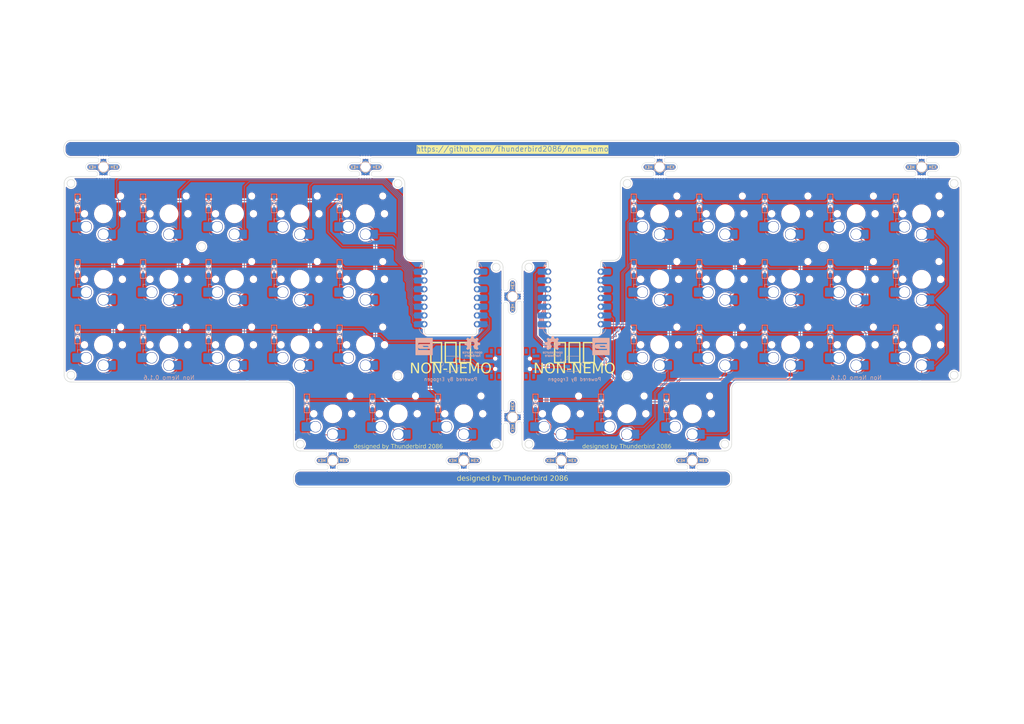
<source format=kicad_pcb>
(kicad_pcb (version 20240108) (generator "pcbnew") (generator_version "8.0")
  (title_block (title "non_nemo") (date "2025-04-05") (rev "0.1.6") (company "Allen Choi"))
  (layers (0 "F.Cu" signal) (31 "B.Cu" signal) (34 "B.Paste" user) (35 "F.Paste" user) (36 "B.SilkS" user "B.Silkscreen") (37 "F.SilkS" user "F.Silkscreen") (38 "B.Mask" user) (39 "F.Mask" user) (44 "Edge.Cuts" user))
  (net 0 "")
  (net 1 "GND")
  (net 2 "col_pinky")
  (net 4 "BAT_r")
  (net 5 "Net-(J2-Pin_2)")
  (net 6 "col_ring")
  (net 8 "Net-(J1-Pin_2)")
  (net 9 "Net-(D5-A)")
  (net 10 "col_middle")
  (net 11 "Net-(D6-A)")
  (net 12 "Net-(D7-A)")
  (net 13 "Net-(D8-A)")
  (net 14 "col_index")
  (net 15 "Net-(D9-A)")
  (net 16 "Net-(D10-A)")
  (net 17 "Net-(D11-A)")
  (net 18 "col_inner")
  (net 19 "Net-(D12-A)")
  (net 20 "Net-(D13-A)")
  (net 21 "Net-(D14-A)")
  (net 22 "Net-(D15-A)")
  (net 23 "Net-(D16-A)")
  (net 24 "Net-(D17-A)")
  (net 25 "Net-(D18-A)")
  (net 26 "Net-(D19-A)")
  (net 27 "row_bottom_r")
  (net 28 "row_home_r")
  (net 29 "Net-(D20-A)")
  (net 30 "row_top_r")
  (net 31 "Net-(D21-A)")
  (net 32 "Net-(D22-A)")
  (net 33 "Net-(D23-A)")
  (net 34 "Net-(D24-A)")
  (net 35 "Net-(D25-A)")
  (net 36 "Net-(D26-A)")
  (net 37 "Net-(D27-A)")
  (net 38 "Net-(D28-A)")
  (net 39 "Net-(D29-A)")
  (net 40 "Net-(D30-A)")
  (net 41 "Net-(D31-A)")
  (net 42 "Net-(D32-A)")
  (net 43 "row_bottom")
  (net 44 "row_home")
  (net 45 "row_top")
  (net 46 "row_thumb")
  (net 47 "Net-(D33-A)")
  (net 48 "row_thumb_r")
  (net 49 "Net-(D34-A)")
  (net 50 "Net-(D35-A)")
  (net 51 "Net-(D36-A)")
  (net 52 "Net-(D4-A)")
  (net 53 "Net-(D3-A)")
  (net 54 "Net-(D2-A)")
  (net 55 "Net-(D1-A)")
  (net 56 "col_index_r")
  (net 57 "col_pinky_r")
  (net 58 "col_ring_r")
  (net 59 "col_middle_r")
  (net 60 "col_inner_r")
  (net 68 "BAT")
  (footprint "TB2086_SMD:TB2086_SMD_D3_SMD" (layer "F.Cu") (at 127 117 -90)
    (property "Reference" "D18" (hide yes))
    (property "Value" "D")
  )
  (footprint "mousebites_5p5mm_easysnap" (layer "F.Cu") (at 134.5 136.3 -90)
    (property "Reference" "X3" (hide yes))
    (property "Value" "5.5mm" (hide yes))
    (fp_line (start -1.5 3.9) (end -1.5 2.03) (stroke (width 0.1)) (layer "Edge.Cuts"))
    (fp_line (start -4 2.4) (end -4 3.9) (stroke (width 0.1)) (layer "Edge.Cuts"))
    (fp_line (start -1.5 -2.03) (end -1.5 -3.9) (stroke (width 0.1)) (layer "Edge.Cuts"))
    (fp_line (start -4 -3.9) (end -4 -2.4) (stroke (width 0.1)) (layer "Edge.Cuts"))
    (fp_arc (start -1.5 3.9) (mid -2.75 5.15) (end -4 3.9) (stroke (width 0.1)) (layer "Edge.Cuts"))
    (fp_arc (start -5.5 2.4) (mid -4.75 1.65) (end -4 2.4) (stroke (width 0.1)) (layer "Edge.Cuts"))
    (fp_arc (start -1.5 2.03) (mid -0.75 1.28) (end 0 2.03) (stroke (width 0.1)) (layer "Edge.Cuts"))
    (fp_arc (start 0 -2.03) (mid -0.75 -1.28) (end -1.5 -2.03) (stroke (width 0.1)) (layer "Edge.Cuts"))
    (fp_arc (start -4 -2.4) (mid -4.75 -1.65) (end -5.5 -2.4) (stroke (width 0.1)) (layer "Edge.Cuts"))
    (fp_arc (start -4 -3.9) (mid -2.75 -5.15) (end -1.5 -3.9) (stroke (width 0.1)) (layer "Edge.Cuts"))
  )
  (footprint "TB2086_KEYSWITCH:SW_choc_v1_v2_HS_1u" (layer "F.Cu") (at 49 62)
    (property "Reference" "S6" (hide yes))
    (property "Value" "SW_CHOC_HS")
  )
  (footprint "TB2086_KEYSWITCH:SW_choc_v1_v2_HS_1u" (layer "F.Cu") (at 106 81)
    (property "Reference" "S14" (hide yes))
    (property "Value" "SW_CHOC_HS")
  )
  (footprint "TB2086_KEYSWITCH:SW_choc_v1_v2_HS_1u" (layer "F.Cu") (at 267.3 81)
    (property "Reference" "S20" (hide yes))
    (property "Value" "SW_CHOC_HS")
  )
  (footprint "TB2086_KEYSWITCH:SW_choc_v1_v2_HS_1u" (layer "F.Cu") (at 210.3 81)
    (property "Reference" "S29" (hide yes))
    (property "Value" "SW_CHOC_HS")
  )
  (footprint "undefined" (layer "F.Cu") (at 160.3 100.5)
    (property "Reference" "LOGO4" (hide yes))
    (property "Value" "")
  )
  (footprint "TB2086_SMD:TB2086_SMD_D3_SMD" (layer "F.Cu") (at 98.5 78 -90)
    (property "Reference" "D14" (hide yes))
    (property "Value" "D")
  )
  (footprint "TB2086_SMD:TB2086_SMD_D3_SMD" (layer "F.Cu") (at 79.5 97 -90)
    (property "Reference" "D10" (hide yes))
    (property "Value" "D")
  )
  (footprint "TB2086_SMD:TB2086_SMD_D3_SMD" (layer "F.Cu") (at 183.8 78 -90)
    (property "Reference" "D32" (hide yes))
    (property "Value" "D")
  )
  (footprint "TB2086_SMD:SW_SPDT_PCM12" (layer "F.Cu") (at 143.3 105.5 90)
    (property "Reference" "SW_SPDT1" (hide yes))
    (property "Value" "SW_SPDT1" (hide yes))
  )
  (footprint "TB2086_SMD:TB2086_SMD_D3_SMD" (layer "F.Cu") (at 22.5 97 -90)
    (property "Reference" "D1" (hide yes))
    (property "Value" "D")
  )
  (footprint "TB2086_MISC:Molex_Pico-EZmate_78171-0002_1x02-1MP_P1.20mm_HandSolder" (layer "F.Cu") (at 166.6 105.5 90)
    (property "Reference" "J2" (hide yes))
    (property "Value" "Conn_BAT")
  )
  (footprint "TB2086_SMD:TB2086_SMD_D3_SMD" (layer "F.Cu") (at 259.8 97 -90)
    (property "Reference" "D19" (hide yes))
    (property "Value" "D")
  )
  (footprint "TB2086_MCU:Xiao_nRF52840_edgecut" (layer "F.Cu") (at 130.7 86.41)
    (property "Reference" "MCU1" (hide yes))
    (property "Value" "Xiao nRF52840")
    (fp_line (start -7.62 9.678) (end -7.619768 -10.410053) (stroke (width 0.15)) (layer "Edge.Cuts"))
    (fp_line (start 6.62 10.678) (end -6.62 10.678) (stroke (width 0.15)) (layer "Edge.Cuts"))
    (fp_line (start 7.62 9.678) (end 7.619768 -10.410053) (stroke (width 0.15)) (layer "Edge.Cuts"))
    (fp_arc (start -8.119768 -10.910053) (mid -7.766216 -10.763605) (end -7.619768 -10.410053) (stroke (width 0.15)) (layer "Edge.Cuts"))
    (fp_arc (start -6.62 10.678) (mid -7.327107 10.385107) (end -7.62 9.678) (stroke (width 0.15)) (layer "Edge.Cuts"))
    (fp_arc (start 7.619768 -10.410053) (mid 7.766218 -10.763602) (end 8.119768 -10.910053) (stroke (width 0.15)) (layer "Edge.Cuts"))
    (fp_arc (start 7.62 9.678) (mid 7.327107 10.385107) (end 6.62 10.678) (stroke (width 0.15)) (layer "Edge.Cuts"))
  )
  (footprint "TB2086_KEYSWITCH:SW_choc_v1_v2_HS_1u" (layer "F.Cu") (at 210.3 100)
    (property "Reference" "S28" (hide yes))
    (property "Value" "SW_CHOC_HS")
  )
  (footprint "TB2086_KEYSWITCH:SW_choc_v1_v2_HS_1u" (layer "F.Cu") (at 30 81)
    (property "Reference" "S2" (hide yes))
    (property "Value" "SW_CHOC_HS")
  )
  (footprint "mousebites_5p5mm_easysnap" (layer "F.Cu") (at 191.3 45.7 90)
    (property "Reference" "X9" (hide yes))
    (property "Value" "5.5mm" (hide yes))
    (fp_line (start -4 -3.9) (end -4 -2.4) (stroke (width 0.1)) (layer "Edge.Cuts"))
    (fp_line (start -1.5 -2.03) (end -1.5 -3.9) (stroke (width 0.1)) (layer "Edge.Cuts"))
    (fp_line (start -4 2.4) (end -4 3.9) (stroke (width 0.1)) (layer "Edge.Cuts"))
    (fp_line (start -1.5 3.9) (end -1.5 2.03) (stroke (width 0.1)) (layer "Edge.Cuts"))
    (fp_arc (start -4 -3.9) (mid -2.75 -5.15) (end -1.5 -3.9) (stroke (width 0.1)) (layer "Edge.Cuts"))
    (fp_arc (start -4 -2.4) (mid -4.75 -1.65) (end -5.5 -2.4) (stroke (width 0.1)) (layer "Edge.Cuts"))
    (fp_arc (start 0 -2.03) (mid -0.75 -1.28) (end -1.5 -2.03) (stroke (width 0.1)) (layer "Edge.Cuts"))
    (fp_arc (start -1.5 2.03) (mid -0.75 1.28) (end 0 2.03) (stroke (width 0.1)) (layer "Edge.Cuts"))
    (fp_arc (start -5.5 2.4) (mid -4.75 1.65) (end -4 2.4) (stroke (width 0.1)) (layer "Edge.Cuts"))
    (fp_arc (start -1.5 3.9) (mid -2.75 5.15) (end -4 3.9) (stroke (width 0.1)) (layer "Edge.Cuts"))
  )
  (footprint "TB2086_KEYSWITCH:SW_choc_v1_v2_HS_1u" (layer "F.Cu") (at 68 81)
    (property "Reference" "S8" (hide yes))
    (property "Value" "SW_CHOC_HS")
  )
  (footprint "TB2086_KEYSWITCH:SW_choc_v1_v2_HS_1u" (layer "F.Cu") (at 87 62)
    (property "Reference" "S12" (hide yes))
    (property "Value" "SW_CHOC_HS")
  )
  (footprint "mousebites_5p5mm_easysnap" (layer "F.Cu") (at 30 45.7 90)
    (property "Reference" "X6" (hide yes))
    (property "Value" "5.5mm" (hide yes))
    (fp_line (start -4 -3.9) (end -4 -2.4) (stroke (width 0.1)) (layer "Edge.Cuts"))
    (fp_line (start -1.5 -2.03) (end -1.5 -3.9) (stroke (width 0.1)) (layer "Edge.Cuts"))
    (fp_line (start -4 2.4) (end -4 3.9) (stroke (width 0.1)) (layer "Edge.Cuts"))
    (fp_line (start -1.5 3.9) (end -1.5 2.03) (stroke (width 0.1)) (layer "Edge.Cuts"))
    (fp_arc (start -4 -3.9) (mid -2.75 -5.15) (end -1.5 -3.9) (stroke (width 0.1)) (layer "Edge.Cuts"))
    (fp_arc (start -4 -2.4) (mid -4.75 -1.65) (end -5.5 -2.4) (stroke (width 0.1)) (layer "Edge.Cuts"))
    (fp_arc (start 0 -2.03) (mid -0.75 -1.28) (end -1.5 -2.03) (stroke (width 0.1)) (layer "Edge.Cuts"))
    (fp_arc (start -1.5 2.03) (mid -0.75 1.28) (end 0 2.03) (stroke (width 0.1)) (layer "Edge.Cuts"))
    (fp_arc (start -5.5 2.4) (mid -4.75 1.65) (end -4 2.4) (stroke (width 0.1)) (layer "Edge.Cuts"))
    (fp_arc (start -1.5 3.9) (mid -2.75 5.15) (end -4 3.9) (stroke (width 0.1)) (layer "Edge.Cuts"))
  )
  (footprint "TB2086_SMD:TB2086_SMD_D3_SMD" (layer "F.Cu") (at 79.5 59 -90)
    (property "Reference" "D12" (hide yes))
    (property "Value" "D")
  )
  (footprint "TB2086_KEYSWITCH:SW_choc_v1_v2_HS_1u" (layer "F.Cu") (at 134.5 120)
    (property "Reference" "S18" (hide yes))
    (property "Value" "SW_CHOC_HS")
  )
  (footprint "TB2086_KEYSWITCH:SW_choc_v1_v2_HS_1u" (layer "F.Cu") (at 229.3 100)
    (property "Reference" "S25" (hide yes))
    (property "Value" "SW_CHOC_HS")
  )
  (footprint "TB2086_KEYSWITCH:SW_choc_v1_v2_HS_1u" (layer "F.Cu") (at 181.8 120)
    (property "Reference" "S35" (hide yes))
    (property "Value" "SW_CHOC_HS")
  )
  (footprint "TB2086_KEYSWITCH:SW_choc_v1_v2_HS_1u" (layer "F.Cu") (at 229.3 81)
    (property "Reference" "S26" (hide yes))
    (property "Value" "SW_CHOC_HS")
  )
  (footprint "TB2086_SMD:TB2086_SMD_D3_SMD" (layer "F.Cu") (at 60.5 59 -90)
    (property "Reference" "D9" (hide yes))
    (property "Value" "D")
  )
  (footprint "mousebites_5p5mm_easysnap" (layer "F.Cu") (at 96.5 136.3 -90)
    (property "Reference" "X2" (hide yes))
    (property "Value" "5.5mm" (hide yes))
    (fp_line (start -1.5 3.9) (end -1.5 2.03) (stroke (width 0.1)) (layer "Edge.Cuts"))
    (fp_line (start -4 2.4) (end -4 3.9) (stroke (width 0.1)) (layer "Edge.Cuts"))
    (fp_line (start -1.5 -2.03) (end -1.5 -3.9) (stroke (width 0.1)) (layer "Edge.Cuts"))
    (fp_line (start -4 -3.9) (end -4 -2.4) (stroke (width 0.1)) (layer "Edge.Cuts"))
    (fp_arc (start -1.5 3.9) (mid -2.75 5.15) (end -4 3.9) (stroke (width 0.1)) (layer "Edge.Cuts"))
    (fp_arc (start -5.5 2.4) (mid -4.75 1.65) (end -4 2.4) (stroke (width 0.1)) (layer "Edge.Cuts"))
    (fp_arc (start -1.5 2.03) (mid -0.75 1.28) (end 0 2.03) (stroke (width 0.1)) (layer "Edge.Cuts"))
    (fp_arc (start 0 -2.03) (mid -0.75 -1.28) (end -1.5 -2.03) (stroke (width 0.1)) (layer "Edge.Cuts"))
    (fp_arc (start -4 -2.4) (mid -4.75 -1.65) (end -5.5 -2.4) (stroke (width 0.1)) (layer "Edge.Cuts"))
    (fp_arc (start -4 -3.9) (mid -2.75 -5.15) (end -1.5 -3.9) (stroke (width 0.1)) (layer "Edge.Cuts"))
  )
  (footprint "TB2086_KEYSWITCH:SW_choc_v1_v2_HS_1u" (layer "F.Cu") (at 248.3 62)
    (property "Reference" "S24" (hide yes))
    (property "Value" "SW_CHOC_HS")
  )
  (footprint "TB2086_KEYSWITCH:SW_choc_v1_v2_HS_1u" (layer "F.Cu") (at 200.8 120)
    (property "Reference" "S34" (hide yes))
    (property "Value" "SW_CHOC_HS")
  )
  (footprint "TB2086_KEYSWITCH:SW_choc_v1_v2_HS_1u" (layer "F.Cu") (at 191.3 62)
    (property "Reference" "S33" (hide yes))
    (property "Value" "SW_CHOC_HS")
  )
  (footprint "TB2086_SMD:TB2086_SMD_D3_SMD" (layer "F.Cu") (at 202.8 59 -90)
    (property "Reference" "D30" (hide yes))
    (property "Value" "D")
  )
  (footprint "TB2086_KEYSWITCH:SW_choc_v1_v2_HS_1u" (layer "F.Cu") (at 30 62)
    (property "Reference" "S3" (hide yes))
    (property "Value" "SW_CHOC_HS")
  )
  (footprint "TB2086_SMD:TB2086_SMD_D3_SMD" (layer "F.Cu") (at 155.3 117 -90)
    (property "Reference" "D36" (hide yes))
    (property "Value" "D")
  )
  (footprint "TB2086_SMD:TB2086_SMD_D3_SMD" (layer "F.Cu") (at 60.5 78 -90)
    (property "Reference" "D8" (hide yes))
    (property "Value" "D")
  )
  (footprint "TB2086_KEYSWITCH:SW_choc_v1_v2_HS_1u" (layer "F.Cu") (at 191.3 100)
    (property "Reference" "S31" (hide yes))
    (property "Value" "SW_CHOC_HS")
  )
  (footprint "TB2086_KEYSWITCH:SW_choc_v1_v2_HS_1u" (layer "F.Cu") (at 87 81)
    (property "Reference" "S11" (hide yes))
    (property "Value" "SW_CHOC_HS")
  )
  (footprint "TB2086_SMD:TB2086_SMD_D3_SMD" (layer "F.Cu") (at 240.8 78 -90)
    (property "Reference" "D23" (hide yes))
    (property "Value" "D")
  )
  (footprint "TB2086_KEYSWITCH:SW_choc_v1_v2_HS_1u" (layer "F.Cu") (at 49 81)
    (property "Reference" "S5" (hide yes))
    (property "Value" "SW_CHOC_HS")
  )
  (footprint "TB2086_SMD:TB2086_SMD_D3_SMD" (layer "F.Cu") (at 202.8 78 -90)
    (property "Reference" "D29" (hide yes))
    (property "Value" "D")
  )
  (footprint "TB2086_SMD:TB2086_SMD_D3_SMD" (layer "F.Cu") (at 240.8 59 -90)
    (property "Reference" "D24" (hide yes))
    (property "Value" "D")
  )
  (footprint "TB2086_SMD:TB2086_SMD_D3_SMD" (layer "F.Cu") (at 60.5 97 -90)
    (property "Reference" "D7" (hide yes))
    (property "Value" "D")
  )
  (footprint "TB2086_SMD:TB2086_SMD_D3_SMD" (layer "F.Cu") (at 221.8 97 -90)
    (property "Reference" "D25" (hide yes))
    (property "Value" "D")
  )
  (footprint "mousebites_5p5mm_easysnap" (layer "F.Cu") (at 106 45.7 90)
    (property "Reference" "X7" (hide yes))
    (property "Value" "5.5mm" (hide yes))
    (fp_line (start -4 -3.9) (end -4 -2.4) (stroke (width 0.1)) (layer "Edge.Cuts"))
    (fp_line (start -1.5 -2.03) (end -1.5 -3.9) (stroke (width 0.1)) (layer "Edge.Cuts"))
    (fp_line (start -4 2.4) (end -4 3.9) (stroke (width 0.1)) (layer "Edge.Cuts"))
    (fp_line (start -1.5 3.9) (end -1.5 2.03) (stroke (width 0.1)) (layer "Edge.Cuts"))
    (fp_arc (start -4 -3.9) (mid -2.75 -5.15) (end -1.5 -3.9) (stroke (width 0.1)) (layer "Edge.Cuts"))
    (fp_arc (start -4 -2.4) (mid -4.75 -1.65) (end -5.5 -2.4) (stroke (width 0.1)) (layer "Edge.Cuts"))
    (fp_arc (start 0 -2.03) (mid -0.75 -1.28) (end -1.5 -2.03) (stroke (width 0.1)) (layer "Edge.Cuts"))
    (fp_arc (start -1.5 2.03) (mid -0.75 1.28) (end 0 2.03) (stroke (width 0.1)) (layer "Edge.Cuts"))
    (fp_arc (start -5.5 2.4) (mid -4.75 1.65) (end -4 2.4) (stroke (width 0.1)) (layer "Edge.Cuts"))
    (fp_arc (start -1.5 3.9) (mid -2.75 5.15) (end -4 3.9) (stroke (width 0.1)) (layer "Edge.Cuts"))
  )
  (footprint "TB2086_KEYSWITCH:SW_choc_v1_v2_HS_1u" (layer "F.Cu") (at 68 62)
    (property "Reference" "S9" (hide yes))
    (property "Value" "SW_CHOC_HS")
  )
  (footprint "TB2086_KEYSWITCH:SW_choc_v1_v2_HS_1u" (layer "F.Cu") (at 115.5 120)
    (property "Reference" "S17" (hide yes))
    (property "Value" "SW_CHOC_HS")
  )
  (footprint "TB2086_KEYSWITCH:SW_choc_v1_v2_HS_1u" (layer "F.Cu") (at 106 62)
    (property "Reference" "S15" (hide yes))
    (property "Value" "SW_CHOC_HS")
  )
  (footprint "TB2086_KEYSWITCH:SW_choc_v1_v2_HS_1u" (layer "F.Cu") (at 248.3 81)
    (property "Reference" "S23" (hide yes))
    (property "Value" "SW_CHOC_HS")
  )
  (footprint "TB2086_KEYSWITCH:SW_choc_v1_v2_HS_1u" (layer "F.Cu") (at 267.3 100)
    (property "Reference" "S19" (hide yes))
    (property "Value" "SW_CHOC_HS")
  )
  (footprint "TB2086_SMD:TB2086_SMD_D3_SMD" (layer "F.Cu") (at 221.8 78 -90)
    (property "Reference" "D26" (hide yes))
    (property "Value" "D")
  )
  (footprint "TB2086_SMD:TB2086_SMD_D3_SMD" (layer "F.Cu") (at 108 117 -90)
    (property "Reference" "D17" (hide yes))
    (property "Value" "D")
  )
  (footprint "TB2086_SMD:SW_SPDT_PCM12" (layer "F.Cu") (at 154 105.5 -90)
    (property "Reference" "SW_SPDT2" (hide yes))
    (property "Value" "SW_SPDT2" (hide yes))
  )
  (footprint "TB2086_SMD:TB2086_SMD_D3_SMD" (layer "F.Cu") (at 22.5 78 -90)
    (property "Reference" "D2" (hide yes))
    (property "Value" "D")
  )
  (footprint "TB2086_SMD:TB2086_SMD_D3_SMD" (layer "F.Cu") (at 98.5 59 -90)
    (property "Reference" "D15" (hide yes))
    (property "Value" "D")
  )
  (footprint "TB2086_KEYSWITCH:SW_choc_v1_v2_HS_1u" (layer "F.Cu") (at 267.3 62)
    (property "Reference" "S21" (hide yes))
    (property "Value" "SW_CHOC_HS")
  )
  (footprint "TB2086_SMD:TB2086_SMD_D3_SMD" (layer "F.Cu") (at 41.5 97 -90)
    (property "Reference" "D4" (hide yes))
    (property "Value" "D")
  )
  (footprint "TB2086_SMD:TB2086_SMD_D3_SMD" (layer "F.Cu") (at 202.8 97 -90)
    (property "Reference" "D28" (hide yes))
    (property "Value" "D")
  )
  (footprint "mousebites_5p5mm_easysnap" (layer "F.Cu") (at 151.4 121)
    (property "Reference" "X1" (hide yes))
    (property "Value" "5.5mm" (hide yes))
    (fp_line (start -4 -3.9) (end -4 -2.4) (stroke (width 0.1)) (layer "Edge.Cuts"))
    (fp_line (start -4 2.4) (end -4 3.9) (stroke (width 0.1)) (layer "Edge.Cuts"))
    (fp_line (start -1.5 -2.03) (end -1.5 -3.9) (stroke (width 0.1)) (layer "Edge.Cuts"))
    (fp_line (start -1.5 3.9) (end -1.5 2.03) (stroke (width 0.1)) (layer "Edge.Cuts"))
    (fp_arc (start -5.5 2.4) (mid -4.75 1.65) (end -4 2.4) (stroke (width 0.1)) (layer "Edge.Cuts"))
    (fp_arc (start -4 -3.9) (mid -2.75 -5.15) (end -1.5 -3.9) (stroke (width 0.1)) (layer "Edge.Cuts"))
    (fp_arc (start -4 -2.4) (mid -4.75 -1.65) (end -5.5 -2.4) (stroke (width 0.1)) (layer "Edge.Cuts"))
    (fp_arc (start -1.5 2.03) (mid -0.75 1.28) (end 0 2.03) (stroke (width 0.1)) (layer "Edge.Cuts"))
    (fp_arc (start -1.5 3.9) (mid -2.75 5.15) (end -4 3.9) (stroke (width 0.1)) (layer "Edge.Cuts"))
    (fp_arc (start 0 -2.03) (mid -0.75 -1.28) (end -1.5 -2.03) (stroke (width 0.1)) (layer "Edge.Cuts"))
  )
  (footprint "TB2086_SMD:TB2086_SMD_D3_SMD" (layer "F.Cu") (at 41.5 59 -90)
    (property "Reference" "D6" (hide yes))
    (property "Value" "D")
  )
  (footprint "mousebites_5p5mm_easysnap" (layer "F.Cu") (at 267.3 45.7 90)
    (property "Reference" "X8" (hide yes))
    (property "Value" "5.5mm" (hide yes))
    (fp_line (start -4 -3.9) (end -4 -2.4) (stroke (width 0.1)) (layer "Edge.Cuts"))
    (fp_line (start -1.5 -2.03) (end -1.5 -3.9) (stroke (width 0.1)) (layer "Edge.Cuts"))
    (fp_line (start -4 2.4) (end -4 3.9) (stroke (width 0.1)) (layer "Edge.Cuts"))
    (fp_line (start -1.5 3.9) (end -1.5 2.03) (stroke (width 0.1)) (layer "Edge.Cuts"))
    (fp_arc (start -4 -3.9) (mid -2.75 -5.15) (end -1.5 -3.9) (stroke (width 0.1)) (layer "Edge.Cuts"))
    (fp_arc (start -4 -2.4) (mid -4.75 -1.65) (end -5.5 -2.4) (stroke (width 0.1)) (layer "Edge.Cuts"))
    (fp_arc (start 0 -2.03) (mid -0.75 -1.28) (end -1.5 -2.03) (stroke (width 0.1)) (layer "Edge.Cuts"))
    (fp_arc (start -1.5 2.03) (mid -0.75 1.28) (end 0 2.03) (stroke (width 0.1)) (layer "Edge.Cuts"))
    (fp_arc (start -5.5 2.4) (mid -4.75 1.65) (end -4 2.4) (stroke (width 0.1)) (layer "Edge.Cuts"))
    (fp_arc (start -1.5 3.9) (mid -2.75 5.15) (end -4 3.9) (stroke (width 0.1)) (layer "Edge.Cuts"))
  )
  (footprint "TB2086_SMD:TB2086_SMD_D3_SMD" (layer "F.Cu") (at 79.5 78 -90)
    (property "Reference" "D11" (hide yes))
    (property "Value" "D")
  )
  (footprint "TB2086_SMD:TB2086_SMD_D3_SMD" (layer "F.Cu") (at 98.5 97 -90)
    (property "Reference" "D13" (hide yes))
    (property "Value" "D")
  )
  (footprint "TB2086_KEYSWITCH:SW_choc_v1_v2_HS_1u" (layer "F.Cu") (at 96.5 120)
    (property "Reference" "S16" (hide yes))
    (property "Value" "SW_CHOC_HS")
  )
  (footprint "TB2086_SMD:TB2086_SMD_D3_SMD" (layer "F.Cu") (at 22.5 59 -90)
    (property "Reference" "D3" (hide yes))
    (property "Value" "D")
  )
  (footprint "TB2086_MISC:Molex_Pico-EZmate_78171-0002_1x02-1MP_P1.20mm_HandSolder" (layer "F.Cu") (at 130.7 105.5 -90)
    (property "Reference" "J1" (hide yes))
    (property "Value" "Conn_BAT")
  )
  (footprint "TB2086_KEYSWITCH:SW_choc_v1_v2_HS_1u" (layer "F.Cu") (at 68 100)
    (property "Reference" "S7" (hide yes))
    (property "Value" "SW_CHOC_HS")
  )
  (footprint "TB2086_SMD:TB2086_SMD_D3_SMD" (layer "F.Cu") (at 259.8 78 -90)
    (property "Reference" "D20" (hide yes))
    (property "Value" "D")
  )
  (footprint "TB2086_SMD:TB2086_SMD_D3_SMD" (layer "F.Cu") (at 183.8 59 -90)
    (property "Reference" "D33" (hide yes))
    (property "Value" "D")
  )
  (footprint "TB2086_MCU:Xiao_nRF52840_edgecut" (layer "F.Cu") (at 166.6 86.41)
    (property "Reference" "MCU2" (hide yes))
    (property "Value" "Xiao nRF52840")
    (fp_line (start -7.62 9.678) (end -7.619768 -10.410053) (stroke (width 0.15)) (layer "Edge.Cuts"))
    (fp_line (start 6.62 10.678) (end -6.62 10.678) (stroke (width 0.15)) (layer "Edge.Cuts"))
    (fp_line (start 7.62 9.678) (end 7.619768 -10.410053) (stroke (width 0.15)) (layer "Edge.Cuts"))
    (fp_arc (start -8.119768 -10.910053) (mid -7.766216 -10.763605) (end -7.619768 -10.410053) (stroke (width 0.15)) (layer "Edge.Cuts"))
    (fp_arc (start -6.62 10.678) (mid -7.327107 10.385107) (end -7.62 9.678) (stroke (width 0.15)) (layer "Edge.Cuts"))
    (fp_arc (start 7.619768 -10.410053) (mid 7.766218 -10.763602) (end 8.119768 -10.910053) (stroke (width 0.15)) (layer "Edge.Cuts"))
    (fp_arc (start 7.62 9.678) (mid 7.327107 10.385107) (end 6.62 10.678) (stroke (width 0.15)) (layer "Edge.Cuts"))
  )
  (footprint "TB2086_KEYSWITCH:SW_choc_v1_v2_HS_1u" (layer "F.Cu") (at 49 100)
    (property "Reference" "S4" (hide yes))
    (property "Value" "SW_CHOC_HS")
  )
  (footprint "TB2086_KEYSWITCH:SW_choc_v1_v2_HS_1u" (layer "F.Cu") (at 87 100)
    (property "Reference" "S10" (hide yes))
    (property "Value" "SW_CHOC_HS")
  )
  (footprint "TB2086_SMD:TB2086_SMD_D3_SMD" (layer "F.Cu") (at 89 117 -90)
    (property "Reference" "D16" (hide yes))
    (property "Value" "D")
  )
  (footprint "mousebites_5p5mm_easysnap" (layer "F.Cu") (at 151.4 86)
    (property "Reference" "X10" (hide yes))
    (property "Value" "5.5mm" (hide yes))
    (fp_line (start -4 -3.9) (end -4 -2.4) (stroke (width 0.1)) (layer "Edge.Cuts"))
    (fp_line (start -4 2.4) (end -4 3.9) (stroke (width 0.1)) (layer "Edge.Cuts"))
    (fp_line (start -1.5 -2.03) (end -1.5 -3.9) (stroke (width 0.1)) (layer "Edge.Cuts"))
    (fp_line (start -1.5 3.9) (end -1.5 2.03) (stroke (width 0.1)) (layer "Edge.Cuts"))
    (fp_arc (start -5.5 2.4) (mid -4.75 1.65) (end -4 2.4) (stroke (width 0.1)) (layer "Edge.Cuts"))
    (fp_arc (start -4 -3.9) (mid -2.75 -5.15) (end -1.5 -3.9) (stroke (width 0.1)) (layer "Edge.Cuts"))
    (fp_arc (start -4 -2.4) (mid -4.75 -1.65) (end -5.5 -2.4) (stroke (width 0.1)) (layer "Edge.Cuts"))
    (fp_arc (start -1.5 2.03) (mid -0.75 1.28) (end 0 2.03) (stroke (width 0.1)) (layer "Edge.Cuts"))
    (fp_arc (start -1.5 3.9) (mid -2.75 5.15) (end -4 3.9) (stroke (width 0.1)) (layer "Edge.Cuts"))
    (fp_arc (start 0 -2.03) (mid -0.75 -1.28) (end -1.5 -2.03) (stroke (width 0.1)) (layer "Edge.Cuts"))
  )
  (footprint "TB2086_SMD:TB2086_SMD_D3_SMD" (layer "F.Cu") (at 174.3 117 -90)
    (property "Reference" "D35" (hide yes))
    (property "Value" "D")
  )
  (footprint "undefined" (layer "F.Cu") (at 137 100.5)
    (property "Reference" "LOGO2" (hide yes))
    (property "Value" "")
  )
  (footprint "TB2086_KEYSWITCH:SW_choc_v1_v2_HS_1u" (layer "F.Cu") (at 229.3 62)
    (property "Reference" "S27" (hide yes))
    (property "Value" "SW_CHOC_HS")
  )
  (footprint "TB2086_SMD:TB2086_SMD_D3_SMD" (layer "F.Cu") (at 41.5 78 -90)
    (property "Reference" "D5" (hide yes))
    (property "Value" "D")
  )
  (footprint "TB2086_SMD:TB2086_SMD_D3_SMD" (layer "F.Cu") (at 240.8 97 -90)
    (property "Reference" "D22" (hide yes))
    (property "Value" "D")
  )
  (footprint "mousebites_5p5mm_easysnap" (layer "F.Cu") (at 200.8 136.3 -90)
    (property "Reference" "X4" (hide yes))
    (property "Value" "5.5mm" (hide yes))
    (fp_line (start -1.5 3.9) (end -1.5 2.03) (stroke (width 0.1)) (layer "Edge.Cuts"))
    (fp_line (start -4 2.4) (end -4 3.9) (stroke (width 0.1)) (layer "Edge.Cuts"))
    (fp_line (start -1.5 -2.03) (end -1.5 -3.9) (stroke (width 0.1)) (layer "Edge.Cuts"))
    (fp_line (start -4 -3.9) (end -4 -2.4) (stroke (width 0.1)) (layer "Edge.Cuts"))
    (fp_arc (start -1.5 3.9) (mid -2.75 5.15) (end -4 3.9) (stroke (width 0.1)) (layer "Edge.Cuts"))
    (fp_arc (start -5.5 2.4) (mid -4.75 1.65) (end -4 2.4) (stroke (width 0.1)) (layer "Edge.Cuts"))
    (fp_arc (start -1.5 2.03) (mid -0.75 1.28) (end 0 2.03) (stroke (width 0.1)) (layer "Edge.Cuts"))
    (fp_arc (start 0 -2.03) (mid -0.75 -1.28) (end -1.5 -2.03) (stroke (width 0.1)) (layer "Edge.Cuts"))
    (fp_arc (start -4 -2.4) (mid -4.75 -1.65) (end -5.5 -2.4) (stroke (width 0.1)) (layer "Edge.Cuts"))
    (fp_arc (start -4 -3.9) (mid -2.75 -5.15) (end -1.5 -3.9) (stroke (width 0.1)) (layer "Edge.Cuts"))
  )
  (footprint "TB2086_SMD:TB2086_SMD_D3_SMD" (layer "F.Cu") (at 259.8 59 -90)
    (property "Reference" "D21" (hide yes))
    (property "Value" "D")
  )
  (footprint "mousebites_5p5mm_easysnap" (layer "F.Cu") (at 162.8 136.3 -90)
    (property "Reference" "X5" (hide yes))
    (property "Value" "5.5mm" (hide yes))
    (fp_line (start -1.5 3.9) (end -1.5 2.03) (stroke (width 0.1)) (layer "Edge.Cuts"))
    (fp_line (start -4 2.4) (end -4 3.9) (stroke (width 0.1)) (layer "Edge.Cuts"))
    (fp_line (start -1.5 -2.03) (end -1.5 -3.9) (stroke (width 0.1)) (layer "Edge.Cuts"))
    (fp_line (start -4 -3.9) (end -4 -2.4) (stroke (width 0.1)) (layer "Edge.Cuts"))
    (fp_arc (start -1.5 3.9) (mid -2.75 5.15) (end -4 3.9) (stroke (width 0.1)) (layer "Edge.Cuts"))
    (fp_arc (start -5.5 2.4) (mid -4.75 1.65) (end -4 2.4) (stroke (width 0.1)) (layer "Edge.Cuts"))
    (fp_arc (start -1.5 2.03) (mid -0.75 1.28) (end 0 2.03) (stroke (width 0.1)) (layer "Edge.Cuts"))
    (fp_arc (start 0 -2.03) (mid -0.75 -1.28) (end -1.5 -2.03) (stroke (width 0.1)) (layer "Edge.Cuts"))
    (fp_arc (start -4 -2.4) (mid -4.75 -1.65) (end -5.5 -2.4) (stroke (width 0.1)) (layer "Edge.Cuts"))
    (fp_arc (start -4 -3.9) (mid -2.75 -5.15) (end -1.5 -3.9) (stroke (width 0.1)) (layer "Edge.Cuts"))
  )
  (footprint "TB2086_KEYSWITCH:SW_choc_v1_v2_HS_1u" (layer "F.Cu") (at 191.3 81)
    (property "Reference" "S32" (hide yes))
    (property "Value" "SW_CHOC_HS")
  )
  (footprint "TB2086_KEYSWITCH:SW_choc_v1_v2_HS_1u" (layer "F.Cu") (at 248.3 100)
    (property "Reference" "S22" (hide yes))
    (property "Value" "SW_CHOC_HS")
  )
  (footprint "TB2086_SMD:TB2086_SMD_D3_SMD" (layer "F.Cu") (at 183.8 97 -90)
    (property "Reference" "D31" (hide yes))
    (property "Value" "D")
  )
  (footprint "TB2086_KEYSWITCH:SW_choc_v1_v2_HS_1u" (layer "F.Cu") (at 106 100)
    (property "Reference" "S13" (hide yes))
    (property "Value" "SW_CHOC_HS")
  )
  (footprint "TB2086_KEYSWITCH:SW_choc_v1_v2_HS_1u" (layer "F.Cu") (at 210.3 62)
    (property "Reference" "S30" (hide yes))
    (property "Value" "SW_CHOC_HS")
  )
  (footprint "TB2086_KEYSWITCH:SW_choc_v1_v2_HS_1u" (layer "F.Cu") (at 30 100)
    (property "Reference" "S1" (hide yes))
    (property "Value" "SW_CHOC_HS")
  )
  (footprint "TB2086_SMD:TB2086_SMD_D3_SMD" (layer "F.Cu") (at 193.3 117 -90)
    (property "Reference" "D34" (hide yes))
    (property "Value" "D")
  )
  (footprint "TB2086_SMD:TB2086_SMD_D3_SMD" (layer "F.Cu") (at 221.8 59 -90)
    (property "Reference" "D27" (hide yes))
    (property "Value" "D")
  )
  (footprint "TB2086_KEYSWITCH:SW_choc_v1_v2_HS_1u" (layer "F.Cu") (at 162.8 120)
    (property "Reference" "S36" (hide yes))
    (property "Value" "SW_CHOC_HS")
  )
  (footprint "ceoloide:utility_ergogen_logo" (layer "B.Cu") (at 174.3 100.5)
    (property "Reference" "LOGO3" (hide yes))
    (property "Value" "")
  )
  (footprint "ceoloide:utility_ergogen_logo" (layer "B.Cu") (at 123 100.5)
    (property "Reference" "LOGO1" (hide yes))
    (property "Value" "")
  )
  (gr_line (start 20.6 110.8) (end 83.1 110.8) (stroke (width 0.15)) (layer "Edge.Cuts"))
  (gr_line (start 151.4 123.03) (end 151.4 128.8) (stroke (width 0.15)) (layer "Edge.Cuts"))
  (gr_arc (start 212.2 139.3) (mid 211.614214 140.714214) (end 210.2 141.3) (stroke (width 0.15)) (layer "Edge.Cuts"))
  (gr_arc (start 87.1 141.3) (mid 85.685786 140.714214) (end 85.1 139.3) (stroke (width 0.15)) (layer "Edge.Cuts"))
  (gr_line (start 198.4 130.8) (end 165.2 130.8) (stroke (width 0.15)) (layer "Edge.Cuts"))
  (gr_line (start 18.6 108.8) (end 18.6 53.2) (stroke (width 0.15)) (layer "Edge.Cuts"))
  (gr_line (start 202.83 136.3) (end 210.2 136.3) (stroke (width 0.15)) (layer "Edge.Cuts"))
  (gr_line (start 151.4 83.97) (end 151.4 77.5) (stroke (width 0.15)) (layer "Edge.Cuts"))
  (gr_line (start 212.2 128.8) (end 212.2 112.8) (stroke (width 0.15)) (layer "Edge.Cuts"))
  (gr_arc (start 143.9 75.5) (mid 145.314214 76.085786) (end 145.9 77.5) (stroke (width 0.15)) (layer "Edge.Cuts"))
  (gr_line (start 138.819768 75.499947) (end 143.9 75.500036) (stroke (width 0.15)) (layer "Edge.Cuts"))
  (gr_line (start 117.4 73.5) (end 117.4 53.2) (stroke (width 0.15)) (layer "Edge.Cuts"))
  (gr_arc (start 278.65 43.7) (mid 278.064214 45.114214) (end 276.65 45.7) (stroke (width 0.15)) (layer "Edge.Cuts"))
  (gr_circle (center 143.9 128.8) (end 145.05 128.8) (stroke (width 0.15)) (fill none) (layer "Edge.Cuts"))
  (gr_line (start 276.65 45.7) (end 269.33 45.7) (stroke (width 0.15)) (layer "Edge.Cuts"))
  (gr_arc (start 212.2 112.8) (mid 212.785786 111.385786) (end 214.2 110.8) (stroke (width 0.15)) (layer "Edge.Cuts"))
  (gr_line (start 278.65 43.7) (end 278.65 42.7) (stroke (width 0.15)) (layer "Edge.Cuts"))
  (gr_arc (start 20.6 110.8) (mid 19.185786 110.214214) (end 18.6 108.8) (stroke (width 0.15)) (layer "Edge.Cuts"))
  (gr_arc (start 119.4 75.5) (mid 117.985786 74.914214) (end 117.4 73.5) (stroke (width 0.15)) (layer "Edge.Cuts"))
  (gr_line (start 177.9 75.5) (end 174.719768 75.499947) (stroke (width 0.15)) (layer "Edge.Cuts"))
  (gr_line (start 85.1 112.8) (end 85.1 128.8) (stroke (width 0.15)) (layer "Edge.Cuts"))
  (gr_arc (start 115.4 51.2) (mid 116.814214 51.785786) (end 117.4 53.2) (stroke (width 0.15)) (layer "Edge.Cuts"))
  (gr_line (start 276.7 51.2) (end 269.7 51.2) (stroke (width 0.15)) (layer "Edge.Cuts"))
  (gr_line (start 145.9 83.6) (end 145.9 77.5) (stroke (width 0.15)) (layer "Edge.Cuts"))
  (gr_arc (start 179.9 53.2) (mid 180.485786 51.785786) (end 181.9 51.2) (stroke (width 0.15)) (layer "Edge.Cuts"))
  (gr_line (start 18.55 42.7) (end 18.55 43.7) (stroke (width 0.15)) (layer "Edge.Cuts"))
  (gr_arc (start 20.55 45.7) (mid 19.135786 45.114214) (end 18.55 43.7) (stroke (width 0.15)) (layer "Edge.Cuts"))
  (gr_arc (start 87.1 130.8) (mid 85.685786 130.214214) (end 85.1 128.8) (stroke (width 0.15)) (layer "Edge.Cuts"))
  (gr_circle (center 276.7 53.2) (end 277.85 53.2) (stroke (width 0.15)) (fill none) (layer "Edge.Cuts"))
  (gr_circle (center 20.6 108.8) (end 21.75 108.8) (stroke (width 0.15)) (fill none) (layer "Edge.Cuts"))
  (gr_line (start 265.27 45.7) (end 193.33 45.7) (stroke (width 0.15)) (layer "Edge.Cuts"))
  (gr_line (start 145.9 118.6) (end 145.9 88.4) (stroke (width 0.15)) (layer "Edge.Cuts"))
  (gr_arc (start 276.65 40.7) (mid 278.064214 41.285786) (end 278.65 42.7) (stroke (width 0.15)) (layer "Edge.Cuts"))
  (gr_line (start 193.7 51.2) (end 264.9 51.2) (stroke (width 0.15)) (layer "Edge.Cuts"))
  (gr_line (start 145.9 128.8) (end 145.9 123.4) (stroke (width 0.15)) (layer "Edge.Cuts"))
  (gr_line (start 20.6 51.2) (end 27.6 51.2) (stroke (width 0.15)) (layer "Edge.Cuts"))
  (gr_line (start 136.53 136.3) (end 160.77 136.3) (stroke (width 0.15)) (layer "Edge.Cuts"))
  (gr_line (start 32.03 45.7) (end 103.97 45.7) (stroke (width 0.15)) (layer "Edge.Cuts"))
  (gr_line (start 132.1 130.8) (end 98.9 130.8) (stroke (width 0.15)) (layer "Edge.Cuts"))
  (gr_arc (start 179.9 73.5) (mid 179.314214 74.914214) (end 177.9 75.5) (stroke (width 0.15)) (layer "Edge.Cuts"))
  (gr_line (start 181.9 51.2) (end 188.9 51.2) (stroke (width 0.15)) (layer "Edge.Cuts"))
  (gr_line (start 151.4 88.03) (end 151.4 118.97) (stroke (width 0.15)) (layer "Edge.Cuts"))
  (gr_circle (center 238.8 71.5) (end 239.95 71.5) (stroke (width 0.15)) (fill none) (layer "Edge.Cuts"))
  (gr_circle (center 115.4 53.2) (end 116.55 53.2) (stroke (width 0.15)) (fill none) (layer "Edge.Cuts"))
  (gr_line (start 164.83 136.3) (end 198.77 136.3) (stroke (width 0.15)) (layer "Edge.Cuts"))
  (gr_line (start 179.9 73.5) (end 179.9 53.2) (stroke (width 0.15)) (layer "Edge.Cuts"))
  (gr_line (start 276.65 40.7) (end 20.55 40.7) (stroke (width 0.15)) (layer "Edge.Cuts"))
  (gr_circle (center 181.9 53.2) (end 183.05 53.2) (stroke (width 0.15)) (fill none) (layer "Edge.Cuts"))
  (gr_line (start 87.1 130.8) (end 94.1 130.8) (stroke (width 0.15)) (layer "Edge.Cuts"))
  (gr_circle (center 115.4 109) (end 116.55 109) (stroke (width 0.15)) (fill none) (layer "Edge.Cuts"))
  (gr_circle (center 87.1 128.8) (end 88.25 128.8) (stroke (width 0.15)) (fill none) (layer "Edge.Cuts"))
  (gr_line (start 212.2 139.3) (end 212.2 138.3) (stroke (width 0.15)) (layer "Edge.Cuts"))
  (gr_circle (center 153.4 77.5) (end 154.55 77.5) (stroke (width 0.15)) (fill none) (layer "Edge.Cuts"))
  (gr_circle (center 153.4 128.8) (end 154.55 128.8) (stroke (width 0.15)) (fill none) (layer "Edge.Cuts"))
  (gr_line (start 98.53 136.3) (end 132.47 136.3) (stroke (width 0.15)) (layer "Edge.Cuts"))
  (gr_arc (start 18.55 42.7) (mid 19.135786 41.285786) (end 20.55 40.7) (stroke (width 0.15)) (layer "Edge.Cuts"))
  (gr_line (start 122.580232 75.499947) (end 119.4 75.5) (stroke (width 0.15)) (layer "Edge.Cuts"))
  (gr_arc (start 151.4 77.5) (mid 151.985786 76.085786) (end 153.4 75.5) (stroke (width 0.15)) (layer "Edge.Cuts"))
  (gr_arc (start 278.7 108.8) (mid 278.114214 110.214214) (end 276.7 110.8) (stroke (width 0.15)) (layer "Edge.Cuts"))
  (gr_arc (start 85.1 138.3) (mid 85.685786 136.885786) (end 87.1 136.3) (stroke (width 0.15)) (layer "Edge.Cuts"))
  (gr_line (start 153.4 130.8) (end 160.4 130.8) (stroke (width 0.15)) (layer "Edge.Cuts"))
  (gr_circle (center 143.9 77.5) (end 145.05 77.5) (stroke (width 0.15)) (fill none) (layer "Edge.Cuts"))
  (gr_circle (center 58.5 71.5) (end 59.65 71.5) (stroke (width 0.15)) (fill none) (layer "Edge.Cuts"))
  (gr_circle (center 20.6 53.2) (end 21.75 53.2) (stroke (width 0.15)) (fill none) (layer "Edge.Cuts"))
  (gr_line (start 87.1 141.3) (end 210.2 141.3) (stroke (width 0.15)) (layer "Edge.Cuts"))
  (gr_line (start 20.55 45.7) (end 27.97 45.7) (stroke (width 0.15)) (layer "Edge.Cuts"))
  (gr_line (start 115.4 51.2) (end 108.4 51.2) (stroke (width 0.15)) (layer "Edge.Cuts"))
  (gr_line (start 85.1 138.3) (end 85.1 139.3) (stroke (width 0.15)) (layer "Edge.Cuts"))
  (gr_line (start 153.4 75.5) (end 158.480232 75.499911) (stroke (width 0.15)) (layer "Edge.Cuts"))
  (gr_line (start 214.2 110.8) (end 276.7 110.8) (stroke (width 0.15)) (layer "Edge.Cuts"))
  (gr_arc (start 83.1 110.8) (mid 84.514214 111.385786) (end 85.1 112.8) (stroke (width 0.15)) (layer "Edge.Cuts"))
  (gr_line (start 94.47 136.3) (end 87.1 136.3) (stroke (width 0.15)) (layer "Edge.Cuts"))
  (gr_circle (center 276.7 108.8) (end 277.85 108.8) (stroke (width 0.15)) (fill none) (layer "Edge.Cuts"))
  (gr_arc (start 145.9 128.8) (mid 145.314214 130.214214) (end 143.9 130.8) (stroke (width 0.15)) (layer "Edge.Cuts"))
  (gr_circle (center 181.9 109) (end 183.05 109) (stroke (width 0.15)) (fill none) (layer "Edge.Cuts"))
  (gr_arc (start 210.2 136.3) (mid 211.614214 136.885786) (end 212.2 138.3) (stroke (width 0.15)) (layer "Edge.Cuts"))
  (gr_arc (start 153.4 130.8) (mid 151.985786 130.214214) (end 151.4 128.8) (stroke (width 0.15)) (layer "Edge.Cuts"))
  (gr_line (start 108.03 45.7) (end 189.27 45.7) (stroke (width 0.15)) (layer "Edge.Cuts"))
  (gr_line (start 143.9 130.8) (end 136.9 130.8) (stroke (width 0.15)) (layer "Edge.Cuts"))
  (gr_arc (start 212.2 128.8) (mid 211.614214 130.214214) (end 210.2 130.8) (stroke (width 0.15)) (layer "Edge.Cuts"))
  (gr_line (start 210.2 130.8) (end 203.2 130.8) (stroke (width 0.15)) (layer "Edge.Cuts"))
  (gr_line (start 103.6 51.2) (end 32.4 51.2) (stroke (width 0.15)) (layer "Edge.Cuts"))
  (gr_line (start 278.7 108.8) (end 278.7 53.2) (stroke (width 0.15)) (layer "Edge.Cuts"))
  (gr_arc (start 276.7 51.2) (mid 278.114214 51.785786) (end 278.7 53.2) (stroke (width 0.15)) (layer "Edge.Cuts"))
  (gr_arc (start 18.6 53.2) (mid 19.185786 51.785786) (end 20.6 51.2) (stroke (width 0.15)) (layer "Edge.Cuts"))
  (gr_circle (center 210.2 128.8) (end 211.35 128.8) (stroke (width 0.15)) (fill none) (layer "Edge.Cuts"))
  (gr_text "Powered By Ergogen" (at 166.6 110 0) (layer "B.SilkS") (effects (font (size 1 1)) (justify mirror)))
  (gr_text "- +" (at 162.6 105.5 90) (layer "B.SilkS") (effects (font (size 1 1)) (justify mirror)))
  (gr_text "- +" (at 134.7 105.5 -90) (layer "B.SilkS") (effects (font (size 1 1)) (justify mirror)))
  (gr_text "Non Nemo 0.1.6" (at 248.3 109.5 0) (layer "B.SilkS") (effects (font (size 1.2 1.2)) (justify mirror)))
  (gr_text "Non Nemo 0.1.6" (at 49 109.5 0) (layer "B.SilkS") (effects (font (size 1.2 1.2)) (justify mirror)))
  (gr_text "Powered By Ergogen" (at 130.7 110 0) (layer "B.SilkS") (effects (font (size 1 1)) (justify mirror)))
  (gr_text "NON-NEMO" (at 130.7 107 0) (layer "F.SilkS") (effects (font (size 3 3))))
  (gr_text "designed by Thunderbird 2086" (at 148.65 138.8 0) (layer "F.SilkS") (effects (font (size 1.5 1.5))))
  (gr_text "난네모" (at 166.6 102 0) (layer "F.SilkS") (effects (font (size 5 5) (thickness 0.15) (bold yes))))
  (gr_text "designed by Thunderbird 2086" (at 181.8 129.5 0) (layer "F.SilkS") (effects (font (size 1.2 1.2))))
  (gr_text "NON-NEMO" (at 166.6 107 0) (layer "F.SilkS") (effects (font (size 3 3))))
  (gr_text "난네모" (at 130.7 102 0) (layer "F.SilkS") (effects (font (size 5 5) (thickness 0.15) (bold yes))))
  (gr_text "designed by Thunderbird 2086" (at 115.5 129.5 0) (layer "F.SilkS") (effects (font (size 1.2 1.2))))
  (gr_text "https://github.com/Thunderbird2086/non-nemo" (at 148.6 43.2 0) (layer "F.SilkS" knockout) (effects (font (size 1.5 1.5))))
  (segment (start 30 67.95) (end 32.85 70.8) (width 0.2) (layer "F.Cu") (net 2))
  (segment (start 32.85 103.1) (end 30 105.95) (width 0.2) (layer "F.Cu") (net 2))
  (segment (start 32.85 84.1) (end 30 86.95) (width 0.2) (layer "F.Cu") (net 2))
  (segment (start 32.85 89.8) (end 32.85 103.1) (width 0.2) (layer "F.Cu") (net 2))
  (segment (start 32.85 70.8) (end 32.85 84.1) (width 0.2) (layer "F.Cu") (net 2))
  (segment (start 30 86.95) (end 32.85 89.8) (width 0.2) (layer "F.Cu") (net 2))
  (segment (start 33.85 57.326346) (end 34.4 57.876346) (width 0.2) (layer "B.Cu") (net 2))
  (segment (start 34.3 65.695) (end 32.045 67.95) (width 0.2) (layer "B.Cu") (net 2))
  (segment (start 120.19 78.79) (end 119.85 78.45) (width 0.2) (layer "B.Cu") (net 2))
  (segment (start 33.85 52.4) (end 33.85 57.326346) (width 0.2) (layer "B.Cu") (net 2))
  (segment (start 116.8 74.589824) (end 116.8 57.1) (width 0.2) (layer "B.Cu") (net 2))
  (segment (start 34.4 61.402944) (end 34.3 61.502944) (width 0.2) (layer "B.Cu") (net 2))
  (segment (start 119.85 78.45) (end 119.85 77.639824) (width 0.2) (layer "B.Cu") (net 2))
  (segment (start 34.4 51.85) (end 33.85 52.4) (width 0.2) (layer "B.Cu") (net 2))
  (segment (start 121.78 78.79) (end 120.19 78.79) (width 0.2) (layer "B.Cu") (net 2))
  (segment (start 34.4 57.876346) (end 34.4 61.402944) (width 0.2) (layer "B.Cu") (net 2))
  (segment (start 116.8 57.1) (end 111.55 51.85) (width 0.2) (layer "B.Cu") (net 2))
  (segment (start 111.55 51.85) (end 34.4 51.85) (width 0.2) (layer "B.Cu") (net 2))
  (segment (start 119.85 77.639824) (end 116.8 74.589824) (width 0.2) (layer "B.Cu") (net 2))
  (segment (start 34.3 61.502944) (end 34.3 65.695) (width 0.2) (layer "B.Cu") (net 2))
  (segment (start 164.5 106.2) (end 164.6 106.3) (width 0.2) (layer "B.Cu") (net 5))
  (segment (start 155.43 104.75) (end 156.88 106.2) (width 0.2) (layer "B.Cu") (net 5))
  (segment (start 156.88 106.2) (end 164.5 106.2) (width 0.2) (layer "B.Cu") (net 5))
  (segment (start 51.85 90) (end 51.85 103.1) (width 0.2) (layer "F.Cu") (net 6))
  (segment (start 51.85 84.1) (end 49 86.95) (width 0.2) (layer "F.Cu") (net 6))
  (segment (start 49 87.15) (end 51.85 90) (width 0.2) (layer "F.Cu") (net 6))
  (segment (start 49 86.95) (end 49 87.15) (width 0.2) (layer "F.Cu") (net 6))
  (segment (start 51.85 103.1) (end 49 105.95) (width 0.2) (layer "F.Cu") (net 6))
  (segment (start 51.85 70.8) (end 51.85 84.1) (width 0.2) (layer "F.Cu") (net 6))
  (segment (start 49 67.95) (end 51.85 70.8) (width 0.2) (layer "F.Cu") (net 6))
  (segment (start 52.05 55.35) (end 52.05 66.945) (width 0.2) (layer "B.Cu") (net 6))
  (segment (start 55.15 52.25) (end 52.05 55.35) (width 0.2) (layer "B.Cu") (net 6))
  (segment (start 116.4 74.75551) (end 116.4 57.265686) (width 0.2) (layer "B.Cu") (net 6))
  (segment (start 121.78 81.33) (end 120.28 81.33) (width 0.2) (layer "B.Cu") (net 6))
  (segment (start 52.05 66.945) (end 51.045 67.95) (width 0.2) (layer "B.Cu") (net 6))
  (segment (start 119.45 77.80551) (end 116.4 74.75551) (width 0.2) (layer "B.Cu") (net 6))
  (segment (start 120.28 81.33) (end 119.45 80.5) (width 0.2) (layer "B.Cu") (net 6))
  (segment (start 116.4 57.265686) (end 111.384314 52.25) (width 0.2) (layer "B.Cu") (net 6))
  (segment (start 119.45 80.5) (end 119.45 77.80551) (width 0.2) (layer "B.Cu") (net 6))
  (segment (start 111.384314 52.25) (end 55.15 52.25) (width 0.2) (layer "B.Cu") (net 6))
  (segment (start 137.05 104.7) (end 138.6 106.25) (width 0.2) (layer "B.Cu") (net 8))
  (segment (start 138.6 106.25) (end 141.87 106.25) (width 0.2) (layer "B.Cu") (net 8))
  (segment (start 132.7 104.7) (end 137.05 104.7) (width 0.2) (layer "B.Cu") (net 8))
  (segment (start 41.5 79.775) (end 41.5 84.362) (width 0.2) (layer "B.Cu") (net 9))
  (segment (start 41.5 84.362) (end 41.888 84.75) (width 0.2) (layer "B.Cu") (net 9))
  (segment (start 70.85 89.8) (end 70.85 103.1) (width 0.2) (layer "F.Cu") (net 10))
  (segment (start 87.05 126.1) (end 96.35 126.1) (width 0.2) (layer "F.Cu") (net 10))
  (segment (start 68 86.95) (end 70.85 89.8) (width 0.2) (layer "F.Cu") (net 10))
  (segment (start 70.85 84.1) (end 68 86.95) (width 0.2) (layer "F.Cu") (net 10))
  (segment (start 68 105.95) (end 72.25 110.2) (width 0.2) (layer "F.Cu") (net 10))
  (segment (start 70.85 70.8) (end 70.85 84.1) (width 0.2) (layer "F.Cu") (net 10))
  (segment (start 85.7 124.75) (end 87.05 126.1) (width 0.2) (layer "F.Cu") (net 10))
  (segment (start 84.189824 110.2) (end 85.7 111.710176) (width 0.2) (layer "F.Cu") (net 10))
  (segment (start 70.85 103.1) (end 68 105.95) (width 0.2) (layer "F.Cu") (net 10))
  (segment (start 96.35 126.1) (end 96.5 125.95) (width 0.2) (layer "F.Cu") (net 10))
  (segment (start 85.7 111.710176) (end 85.7 124.75) (width 0.2) (layer "F.Cu") (net 10))
  (segment (start 72.25 110.2) (end 84.189824 110.2) (width 0.2) (layer "F.Cu") (net 10))
  (segment (start 68 67.95) (end 70.85 70.8) (width 0.2) (layer "F.Cu") (net 10))
  (segment (start 111.218628 52.65) (end 72.3 52.65) (width 0.2) (layer "B.Cu") (net 10))
  (segment (start 119.6 83.439999) (end 119.6 81.215686) (width 0.2) (layer "B.Cu") (net 10))
  (segment (start 117.744486 76.665681) (end 116 74.921196) (width 0.2) (layer "B.Cu") (net 10))
  (segment (start 119.05 80.665686) (end 119.05 77.971196) (width 0.2) (layer "B.Cu") (net 10))
  (segment (start 116 57.431372) (end 111.218628 52.65) (width 0.2) (layer "B.Cu") (net 10))
  (segment (start 70.85 67.145) (end 70.045 67.95) (width 0.2) (layer "B.Cu") (net 10))
  (segment (start 119.6 81.215686) (end 119.05 80.665686) (width 0.2) (layer "B.Cu") (net 10))
  (segment (start 119.05 77.971196) (end 117.9788 76.899996) (width 0.2) (layer "B.Cu") (net 10))
  (segment (start 72.3 52.65) (end 70.85 54.1) (width 0.2) (layer "B.Cu") (net 10))
  (segment (start 116 74.921196) (end 116 57.431372) (width 0.2) (layer "B.Cu") (net 10))
  (segment (start 120.030001 83.87) (end 119.6 83.439999) (width 0.2) (layer "B.Cu") (net 10))
  (segment (start 70.85 54.1) (end 70.85 67.145) (width 0.2) (layer "B.Cu") (net 10))
  (segment (start 117.9788 76.899996) (end 117.744486 76.665681) (width 0.2) (layer "B.Cu") (net 10))
  (segment (start 121.78 83.87) (end 120.030001 83.87) (width 0.2) (layer "B.Cu") (net 10))
  (segment (start 41.5 65.362) (end 41.888 65.75) (width 0.2) (layer "B.Cu") (net 11))
  (segment (start 41.5 60.775) (end 41.5 65.362) (width 0.2) (layer "B.Cu") (net 11))
  (segment (start 60.5 98.775) (end 60.5 103.362) (width 0.2) (layer "B.Cu") (net 12))
  (segment (start 60.5 103.362) (end 60.888 103.75) (width 0.2) (layer "B.Cu") (net 12))
  (segment (start 60.5 79.775) (end 60.5 84.362) (width 0.2) (layer "B.Cu") (net 13))
  (segment (start 60.5 84.362) (end 60.888 84.75) (width 0.2) (layer "B.Cu") (net 13))
  (segment (start 87 86.95) (end 89.85 89.8) (width 0.2) (layer "F.Cu") (net 14))
  (segment (start 108.95 113.1) (end 112.65 116.8) (width 0.2) (layer "F.Cu") (net 14))
  (segment (start 94.15 113.1) (end 108.95 113.1) (width 0.2) (layer "F.Cu") (net 14))
  (segment (start 89.85 89.8) (end 89.85 103.1) (width 0.2) (layer "F.Cu") (net 14))
  (segment (start 89.85 70.8) (end 89.85 84.1) (width 0.2) (layer "F.Cu") (net 14))
  (segment (start 87 67.95) (end 89.85 70.8) (width 0.2) (layer "F.Cu") (net 14))
  (segment (start 112.65 123.1) (end 115.5 125.95) (width 0.2) (layer "F.Cu") (net 14))
  (segment (start 112.65 116.8) (end 112.65 123.1) (width 0.2) (layer "F.Cu") (net 14))
  (segment (start 87 105.95) (end 94.15 113.1) (width 0.2) (layer "F.Cu") (net 14))
  (segment (start 89.85 103.1) (end 87 105.95) (width 0.2) (layer "F.Cu") (net 14))
  (segment (start 89.85 84.1) (end 87 86.95) (width 0.2) (layer "F.Cu") (net 14))
  (segment (start 89.85 54) (end 89.85 67.145) (width 0.2) (layer "B.Cu") (net 14))
  (segment (start 115.6 57.597058) (end 111.052942 53.05) (width 0.2) (layer "B.Cu") (net 14))
  (segment (start 90.8 53.05) (end 89.85 54) (width 0.2) (layer "B.Cu") (net 14))
  (segment (start 119.55 85.929999) (end 119.55 83.955685) (width 0.2) (layer "B.Cu") (net 14))
  (segment (start 89.85 67.145) (end 89.045 67.95) (width 0.2) (layer "B.Cu") (net 14))
  (segment (start 111.052942 53.05) (end 90.8 53.05) (width 0.2) (layer "B.Cu") (net 14))
  (segment (start 119.55 83.955685) (end 119.2 83.605685) (width 0.2) (layer "B.Cu") (net 14))
  (segment (start 120.030001 86.41) (end 119.55 85.929999) (width 0.2) (layer "B.Cu") (net 14))
  (segment (start 121.78 86.41) (end 120.030001 86.41) (width 0.2) (layer "B.Cu") (net 14))
  (segment (start 119.2 81.381372) (end 118.65 80.831372) (width 0.2) (layer "B.Cu") (net 14))
  (segment (start 119.2 83.605685) (end 119.2 81.381372) (width 0.2) (layer "B.Cu") (net 14))
  (segment (start 115.6 75.086882) (end 115.6 57.597058) (width 0.2) (layer "B.Cu") (net 14))
  (segment (start 118.65 80.831372) (end 118.65 78.136882) (width 0.2) (layer "B.Cu") (net 14))
  (segment (start 118.65 78.136882) (end 115.6 75.086882) (width 0.2) (layer "B.Cu") (net 14))
  (segment (start 60.5 60.775) (end 60.5 65.362) (width 0.2) (layer "B.Cu") (net 15))
  (segment (start 60.5 65.362) (end 60.888 65.75) (width 0.2) (layer "B.Cu") (net 15))
  (segment (start 79.5 103.362) (end 79.888 103.75) (width 0.2) (layer "B.Cu") (net 16))
  (segment (start 79.5 98.775) (end 79.5 103.362) (width 0.2) (layer "B.Cu") (net 16))
  (segment (start 79.5 79.775) (end 79.5 84.362) (width 0.2) (layer "B.Cu") (net 17))
  (segment (start 79.5 84.362) (end 79.888 84.75) (width 0.2) (layer "B.Cu") (net 17))
  (segment (start 108.85 84.1) (end 106 86.95) (width 0.2) (layer "F.Cu") (net 18))
  (segment (start 106 105.95) (end 112.55 112.5) (width 0.2) (layer "F.Cu") (net 18))
  (segment (start 127.65 112.5) (end 131.65 116.5) (width 0.2) (layer "F.Cu") (net 18))
  (segment (start 131.65 123.1) (end 134.5 125.95) (width 0.2) (layer "F.Cu") (net 18))
  (segment (start 106 67.95) (end 108.85 70.8) (width 0.2) (layer "F.Cu") (net 18))
  (segment (start 106 86.95) (end 108.85 89.8) (width 0.2) (layer "F.Cu") (net 18))
  (segment (start 108.85 89.8) (end 108.85 103.1) (width 0.2) (layer "F.Cu") (net 18))
  (segment (start 112.55 112.5) (end 127.65 112.5) (width 0.2) (layer "F.Cu") (net 18))
  (segment (start 131.65 116.5) (end 131.65 123.1) (width 0.2) (layer "F.Cu") (net 18))
  (segment (start 108.85 103.1) (end 106 105.95) (width 0.2) (layer "F.Cu") (net 18))
  (segment (start 108.85 70.8) (end 108.85 84.1) (width 0.2) (layer "F.Cu") (net 18))
  (segment (start 121.78 88.95) (end 120.5 88.95) (width 0.2) (layer "B.Cu") (net 18))
  (segment (start 115.2 69.05) (end 114.1 67.95) (width 0.2) (layer "B.Cu") (net 18))
  (segment (start 117.647428 77.699996) (end 117.413114 77.465681) (width 0.2) (layer "B.Cu") (net 18))
  (segment (start 115.2 75.252568) (end 115.2 69.05) (width 0.2) (layer "B.Cu") (net 18))
  (segment (start 120.5 88.95) (end 119.45 87.9) (width 0.2) (layer "B.Cu") (net 18))
  (segment (start 117.413114 77.465681) (end 115.2 75.252568) (width 0.2) (layer "B.Cu") (net 18))
  (segment (start 118.25 78.302568) (end 117.647428 77.699996) (width 0.2) (layer "B.Cu") (net 18))
  (segment (start 119.45 87.9) (end 119.45 86.395685) (width 0.2) (layer "B.Cu") (net 18))
  (segment (start 118.8 81.547058) (end 118.25 80.997058) (width 0.2) (layer "B.Cu") (net 18))
  (segment (start 119.45 86.395685) (end 119.15 86.095685) (width 0.2) (layer "B.Cu") (net 18))
  (segment (start 119.15 84.121371) (end 118.8 83.771371) (width 0.2) (layer "B.Cu") (net 18))
  (segment (start 119.15 86.095685) (end 119.15 84.121371) (width 0.2) (layer "B.Cu") (net 18))
  (segment (start 118.8 83.771371) (end 118.8 81.547058) (width 0.2) (layer "B.Cu") (net 18))
  (segment (start 118.25 80.997058) (end 118.25 78.302568) (width 0.2) (layer "B.Cu") (net 18))
  (segment (start 114.1 67.95) (end 108.045 67.95) (width 0.2) (layer "B.Cu") (net 18))
  (segment (start 79.5 60.775) (end 79.5 65.362) (width 0.2) (layer "B.Cu") (net 19))
  (segment (start 79.5 65.362) (end 79.888 65.75) (width 0.2) (layer "B.Cu") (net 19))
  (segment (start 98.5 98.775) (end 98.5 103.362) (width 0.2) (layer "B.Cu") (net 20))
  (segment (start 98.5 103.362) (end 98.888 103.75) (width 0.2) (layer "B.Cu") (net 20))
  (segment (start 98.5 79.775) (end 98.5 84.362) (width 0.2) (layer "B.Cu") (net 21))
  (segment (start 98.5 84.362) (end 98.888 84.75) (width 0.2) (layer "B.Cu") (net 21))
  (segment (start 98.5 60.775) (end 98.5 65.362) (width 0.2) (layer "B.Cu") (net 22))
  (segment (start 98.5 65.362) (end 98.888 65.75) (width 0.2) (layer "B.Cu") (net 22))
  (segment (start 89 123.362) (end 89.388 123.75) (width 0.2) (layer "B.Cu") (net 23))
  (segment (start 89 118.775) (end 89 123.362) (width 0.2) (layer "B.Cu") (net 23))
  (segment (start 108 123.362) (end 108.388 123.75) (width 0.2) (layer "B.Cu") (net 24))
  (segment (start 108 118.775) (end 108 123.362) (width 0.2) (layer "B.Cu") (net 24))
  (segment (start 127 118.775) (end 127 123.362) (width 0.2) (layer "B.Cu") (net 25))
  (segment (start 127 123.362) (end 127.388 123.75) (width 0.2) (layer "B.Cu") (net 25))
  (segment (start 259.8 103.362) (end 260.188 103.75) (width 0.2) (layer "B.Cu") (net 26))
  (segment (start 259.8 98.775) (end 259.8 103.362) (width 0.2) (layer "B.Cu") (net 26))
  (segment (start 181.719 94.03) (end 174.819976 94.03) (width 0.2) (layer "F.Cu") (net 27))
  (segment (start 183.8 96.111) (end 181.719 94.03) (width 0.2) (layer "F.Cu") (net 27))
  (segment (start 185.225 96.65) (end 201.375 96.65) (width 0.2) (layer "B.Cu") (net 27))
  (segment (start 220.275 96.75) (end 221.8 95.225) (width 0.2) (layer "B.Cu") (net 27))
  (segment (start 202.8 95.225) (end 202.925 95.225) (width 0.2) (layer "B.Cu") (net 27))
  (segment (start 204.45 96.75) (end 220.275 96.75) (width 0.2) (layer "B.Cu") (net 27))
  (segment (start 201.375 96.65) (end 202.8 95.225) (width 0.2) (layer "B.Cu") (net 27))
  (segment (start 240.8 95.225) (end 242.225 96.65) (width 0.2) (layer "B.Cu") (net 27))
  (segment (start 258.375 96.65) (end 259.8 95.225) (width 0.2) (layer "B.Cu") (net 27))
  (segment (start 239.275 96.75) (end 240.8 95.225) (width 0.2) (layer "B.Cu") (net 27))
  (segment (start 221.8 95.225) (end 223.325 96.75) (width 0.2) (layer "B.Cu") (net 27))
  (segment (start 223.325 96.75) (end 239.275 96.75) (width 0.2) (layer "B.Cu") (net 27))
  (segment (start 183.8 95.225) (end 185.225 96.65) (width 0.2) (layer "B.Cu") (net 27))
  (segment (start 202.925 95.225) (end 204.45 96.75) (width 0.2) (layer "B.Cu") (net 27))
  (segment (start 242.225 96.65) (end 258.375 96.65) (width 0.2) (layer "B.Cu") (net 27))
  (segment (start 177.562 97.688) (end 159.313592 97.688) (width 0.2) (layer "F.Cu") (net 28))
  (segment (start 179.275 95.975) (end 177.562 97.688) (width 0.2) (layer "F.Cu") (net 28))
  (segment (start 159.313592 97.688) (end 158.05 96.424408) (width 0.2) (layer "F.Cu") (net 28))
  (segment (start 158.05 96.424408) (end 158.05 94.360017) (width 0.2) (layer "F.Cu") (net 28))
  (segment (start 158.05 94.360017) (end 158.380024 94.029993) (width 0.2) (layer "F.Cu") (net 28))
  (via (at 179.275 95.975) (size 0.6) (drill 0.3) (layers "F.Cu" "B.Cu") (net 28))
  (segment (start 202.8 76.225) (end 201.575 77.45) (width 0.2) (layer "B.Cu") (net 28))
  (segment (start 201.575 77.45) (end 185.025 77.45) (width 0.2) (layer "B.Cu") (net 28))
  (segment (start 182.775 76.225) (end 183.8 76.225) (width 0.2) (layer "B.Cu") (net 28))
  (segment (start 240.8 76.225) (end 239.325 77.7) (width 0.2) (layer "B.Cu") (net 28))
  (segment (start 180.75 79.265686) (end 182.363 77.652686) (width 0.2) (layer "B.Cu") (net 28))
  (segment (start 223.275 77.7) (end 221.8 76.225) (width 0.2) (layer "B.Cu") (net 28))
  (segment (start 259.8 76.225) (end 258.275 77.75) (width 0.2) (layer "B.Cu") (net 28))
  (segment (start 180.75 94.5) (end 180.75 79.265686) (width 0.2) (layer "B.Cu") (net 28))
  (segment (start 182.363 77.652686) (end 182.363 76.637) (width 0.2) (layer "B.Cu") (net 28))
  (segment (start 182.363 76.637) (end 182.775 76.225) (width 0.2) (layer "B.Cu") (net 28))
  (segment (start 179.275 95.975) (end 180.75 94.5) (width 0.2) (layer "B.Cu") (net 28))
  (segment (start 221.8 76.225) (end 220.475 77.55) (width 0.2) (layer "B.Cu") (net 28))
  (segment (start 258.275 77.75) (end 242.325 77.75) (width 0.2) (layer "B.Cu") (net 28))
  (segment (start 242.325 77.75) (end 240.8 76.225) (width 0.2) (layer "B.Cu") (net 28))
  (segment (start 204.125 77.55) (end 202.8 76.225) (width 0.2) (layer "B.Cu") (net 28))
  (segment (start 220.475 77.55) (end 204.125 77.55) (width 0.2) (layer "B.Cu") (net 28))
  (segment (start 239.325 77.7) (end 223.275 77.7) (width 0.2) (layer "B.Cu") (net 28))
  (segment (start 183.8 76.225) (end 183.8 77.111) (width 0.2) (layer "B.Cu") (net 28))
  (segment (start 185.025 77.45) (end 183.8 76.225) (width 0.2) (layer "B.Cu") (net 28))
  (segment (start 259.8 79.775) (end 259.8 84.362) (width 0.2) (layer "B.Cu") (net 29))
  (segment (start 259.8 84.362) (end 260.188 84.75) (width 0.2) (layer "B.Cu") (net 29))
  (segment (start 177.727686 98.088) (end 159.147905 98.088) (width 0.2) (layer "F.Cu") (net 30))
  (segment (start 178.3375 97.478186) (end 177.727686 98.088) (width 0.2) (layer "F.Cu") (net 30))
  (segment (start 157.65 96.590095) (end 157.65 92.220053) (width 0.2) (layer "F.Cu") (net 30))
  (segment (start 159.147905 98.088) (end 157.65 96.590095) (width 0.2) (layer "F.Cu") (net 30))
  (segment (start 178.620343 97.478186) (end 178.3375 97.478186) (width 0.2) (layer "F.Cu") (net 30))
  (segment (start 157.65 92.220053) (end 158.380053 91.49) (width 0.2) (layer "F.Cu") (net 30))
  (via (at 178.620343 97.478186) (size 0.6) (drill 0.3) (layers "F.Cu" "B.Cu") (net 30))
  (segment (start 240.8 57.225) (end 242.225 58.65) (width 0.2) (layer "B.Cu") (net 30))
  (segment (start 223.175 58.6) (end 239.425 58.6) (width 0.2) (layer "B.Cu") (net 30))
  (segment (start 181.963 64.470836) (end 182.8 63.633836) (width 0.2) (layer "B.Cu") (net 30))
  (segment (start 181.963 77.487) (end 181.963 64.470836) (width 0.2) (layer "B.Cu") (net 30))
  (segment (start 180.35 94.051471) (end 180.35 79.1) (width 0.2) (layer "B.Cu") (net 30))
  (segment (start 180.35 79.1) (end 181.963 77.487) (width 0.2) (layer "B.Cu") (net 30))
  (segment (start 182.8 58.225) (end 183.8 57.225) (width 0.2) (layer "B.Cu") (net 30))
  (segment (start 239.425 58.6) (end 240.8 57.225) (width 0.2) (layer "B.Cu") (net 30))
  (segment (start 182.8 63.633836) (end 182.8 58.225) (width 0.2) (layer "B.Cu") (net 30))
  (segment (start 202.8 57.225) (end 204.225 58.65) (width 0.2) (layer "B.Cu") (net 30))
  (segment (start 220.375 58.65) (end 221.8 57.225) (width 0.2) (layer "B.Cu") (net 30))
  (segment (start 178.620343 97.478186) (end 178.620343 95.781128) (width 0.2) (layer "B.Cu") (net 30))
  (segment (start 242.225 58.65) (end 258.375 58.65) (width 0.2) (layer "B.Cu") (net 30))
  (segment (start 221.8 57.225) (end 223.175 58.6) (width 0.2) (layer "B.Cu") (net 30))
  (segment (start 185.175 58.6) (end 201.425 58.6) (width 0.2) (layer "B.Cu") (net 30))
  (segment (start 204.225 58.65) (end 220.375 58.65) (width 0.2) (layer "B.Cu") (net 30))
  (segment (start 201.425 58.6) (end 202.8 57.225) (width 0.2) (layer "B.Cu") (net 30))
  (segment (start 178.620343 95.781128) (end 180.35 94.051471) (width 0.2) (layer "B.Cu") (net 30))
  (segment (start 183.8 57.225) (end 185.175 58.6) (width 0.2) (layer "B.Cu") (net 30))
  (segment (start 258.375 58.65) (end 259.8 57.225) (width 0.2) (layer "B.Cu") (net 30))
  (segment (start 259.8 65.362) (end 260.188 65.75) (width 0.2) (layer "B.Cu") (net 31))
  (segment (start 259.8 60.775) (end 259.8 65.362) (width 0.2) (layer "B.Cu") (net 31))
  (segment (start 240.8 103.362) (end 241.188 103.75) (width 0.2) (layer "B.Cu") (net 32))
  (segment (start 240.8 98.775) (end 240.8 103.362) (width 0.2) (layer "B.Cu") (net 32))
  (segment (start 240.8 79.775) (end 240.8 84.362) (width 0.2) (layer "B.Cu") (net 33))
  (segment (start 240.8 84.362) (end 241.188 84.75) (width 0.2) (layer "B.Cu") (net 33))
  (segment (start 240.8 65.362) (end 241.188 65.75) (width 0.2) (layer "B.Cu") (net 34))
  (segment (start 240.8 60.775) (end 240.8 65.362) (width 0.2) (layer "B.Cu") (net 34))
  (segment (start 221.8 103.362) (end 222.188 103.75) (width 0.2) (layer "B.Cu") (net 35))
  (segment (start 221.8 98.775) (end 221.8 103.362) (width 0.2) (layer "B.Cu") (net 35))
  (segment (start 221.8 79.775) (end 221.8 84.362) (width 0.2) (layer "B.Cu") (net 36))
  (segment (start 221.8 84.362) (end 222.188 84.75) (width 0.2) (layer "B.Cu") (net 36))
  (segment (start 221.8 60.775) (end 221.8 65.362) (width 0.2) (layer "B.Cu") (net 37))
  (segment (start 221.8 65.362) (end 222.188 65.75) (width 0.2) (layer "B.Cu") (net 37))
  (segment (start 202.8 98.775) (end 202.8 103.362) (width 0.2) (layer "B.Cu") (net 38))
  (segment (start 202.8 103.362) (end 203.188 103.75) (width 0.2) (layer "B.Cu") (net 38))
  (segment (start 202.8 84.362) (end 203.188 84.75) (width 0.2) (layer "B.Cu") (net 39))
  (segment (start 202.8 79.775) (end 202.8 84.362) (width 0.2) (layer "B.Cu") (net 39))
  (segment (start 202.8 60.775) (end 202.8 65.362) (width 0.2) (layer "B.Cu") (net 40))
  (segment (start 202.8 65.362) (end 203.188 65.75) (width 0.2) (layer "B.Cu") (net 40))
  (segment (start 183.8 98.775) (end 183.8 103.362) (width 0.2) (layer "B.Cu") (net 41))
  (segment (start 183.8 103.362) (end 184.188 103.75) (width 0.2) (layer "B.Cu") (net 41))
  (segment (start 183.8 79.775) (end 183.8 84.362) (width 0.2) (layer "B.Cu") (net 42))
  (segment (start 183.8 84.362) (end 184.188 84.75) (width 0.2) (layer "B.Cu") (net 42))
  (segment (start 23.275 96) (end 22.5 95.225) (width 0.2) (layer "B.Cu") (net 43))
  (segment (start 141.6 95.284314) (end 137.734314 99.15) (width 0.2) (layer "B.Cu") (net 43))
  (segment (start 78.725 96) (end 61.275 96) (width 0.2) (layer "B.Cu") (net 43))
  (segment (start 141.28 94.03) (end 141.6 94.35) (width 0.2) (layer "B.Cu") (net 43))
  (segment (start 59.725 96) (end 42.275 96) (width 0.2) (layer "B.Cu") (net 43))
  (segment (start 139.62 94.03) (end 141.28 94.03) (width 0.2) (layer "B.Cu") (net 43))
  (segment (start 40.725 96) (end 23.275 96) (width 0.2) (layer "B.Cu") (net 43))
  (segment (start 112.347056 99.15) (end 110.297056 97.1) (width 0.2) (layer "B.Cu") (net 43))
  (segment (start 141.6 94.35) (end 141.6 95.284314) (width 0.2) (layer "B.Cu") (net 43))
  (segment (start 42.275 96) (end 41.5 95.225) (width 0.2) (layer "B.Cu") (net 43))
  (segment (start 105.325 95.225) (end 98.5 95.225) (width 0.2) (layer "B.Cu") (net 43))
  (segment (start 60.5 95.225) (end 59.725 96) (width 0.2) (layer "B.Cu") (net 43))
  (segment (start 80.275 96) (end 79.5 95.225) (width 0.2) (layer "B.Cu") (net 43))
  (segment (start 107.2 97.1) (end 105.325 95.225) (width 0.2) (layer "B.Cu") (net 43))
  (segment (start 41.5 95.225) (end 40.725 96) (width 0.2) (layer "B.Cu") (net 43))
  (segment (start 97.725 96) (end 80.275 96) (width 0.2) (layer "B.Cu") (net 43))
  (segment (start 110.297056 97.1) (end 107.2 97.1) (width 0.2) (layer "B.Cu") (net 43))
  (segment (start 61.275 96) (end 60.5 95.225) (width 0.2) (layer "B.Cu") (net 43))
  (segment (start 137.734314 99.15) (end 112.347056 99.15) (width 0.2) (layer "B.Cu") (net 43))
  (segment (start 98.5 95.225) (end 97.725 96) (width 0.2) (layer "B.Cu") (net 43))
  (segment (start 79.5 95.225) (end 78.725 96) (width 0.2) (layer "B.Cu") (net 43))
  (segment (start 98.5 76.225) (end 97.725 77) (width 0.2) (layer "B.Cu") (net 44))
  (segment (start 61.275 77) (end 60.5 76.225) (width 0.2) (layer "B.Cu") (net 44))
  (segment (start 80.275 77) (end 79.5 76.225) (width 0.2) (layer "B.Cu") (net 44))
  (segment (start 119.65 93.35) (end 119.65 91.675685) (width 0.2) (layer "B.Cu") (net 44))
  (segment (start 99.925 77.65) (end 98.5 76.225) (width 0.2) (layer "B.Cu") (net 44))
  (segment (start 119.65 91.675685) (end 119.1 91.125685) (width 0.2) (layer "B.Cu") (net 44))
  (segment (start 119.1 91.125685) (end 119.1 88.681372) (width 0.2) (layer "B.Cu") (net 44))
  (segment (start 41.5 76.225) (end 40.725 77) (width 0.2) (layer "B.Cu") (net 44))
  (segment (start 118.65 88.231372) (end 118.65 86.727057) (width 0.2) (layer "B.Cu") (net 44))
  (segment (start 118.35 84.452743) (end 118 84.102743) (width 0.2) (layer "B.Cu") (net 44))
  (segment (start 79.5 76.225) (end 78.725 77) (width 0.2) (layer "B.Cu") (net 44))
  (segment (start 116.45 77.65) (end 99.925 77.65) (width 0.2) (layer "B.Cu") (net 44))
  (segment (start 97.725 77) (end 80.275 77) (width 0.2) (layer "B.Cu") (net 44))
  (segment (start 118 84.102743) (end 118 81.87843) (width 0.2) (layer "B.Cu") (net 44))
  (segment (start 40.725 77) (end 23.275 77) (width 0.2) (layer "B.Cu") (net 44))
  (segment (start 117.45 78.65) (end 116.45 77.65) (width 0.2) (layer "B.Cu") (net 44))
  (segment (start 78.725 77) (end 61.275 77) (width 0.2) (layer "B.Cu") (net 44))
  (segment (start 118.35 86.427057) (end 118.35 84.452743) (width 0.2) (layer "B.Cu") (net 44))
  (segment (start 118.65 86.727057) (end 118.35 86.427057) (width 0.2) (layer "B.Cu") (net 44))
  (segment (start 121.78 94.03) (end 120.33 94.03) (width 0.2) (layer "B.Cu") (net 44))
  (segment (start 120.33 94.03) (end 119.65 93.35) (width 0.2) (layer "B.Cu") (net 44))
  (segment (start 117.45 81.32843) (end 117.45 78.65) (width 0.2) (layer "B.Cu") (net 44))
  (segment (start 119.1 88.681372) (end 118.65 88.231372) (width 0.2) (layer "B.Cu") (net 44))
  (segment (start 23.275 77) (end 22.5 76.225) (width 0.2) (layer "B.Cu") (net 44))
  (segment (start 59.725 77) (end 42.275 77) (width 0.2) (layer "B.Cu") (net 44))
  (segment (start 118 81.87843) (end 117.45 81.32843) (width 0.2) (layer "B.Cu") (net 44))
  (segment (start 42.275 77) (end 41.5 76.225) (width 0.2) (layer "B.Cu") (net 44))
  (segment (start 60.5 76.225) (end 59.725 77) (width 0.2) (layer "B.Cu") (net 44))
  (segment (start 79.5 58.111) (end 98.5 58.111) (width 0.2) (layer "F.Cu") (net 45))
  (segment (start 41.5 58.111) (end 60.5 58.111) (width 0.2) (layer "F.Cu") (net 45))
  (segment (start 22.5 58.111) (end 41.5 58.111) (width 0.2) (layer "F.Cu") (net 45))
  (segment (start 60.5 58.111) (end 79.5 58.111) (width 0.2) (layer "F.Cu") (net 45))
  (segment (start 121.78 91.49) (end 120.030001 91.49) (width 0.2) (layer "B.Cu") (net 45))
  (segment (start 118.75 84.287057) (end 118.4 83.937057) (width 0.2) (layer "B.Cu") (net 45))
  (segment (start 95.1 60.45) (end 97.439 58.111) (width 0.2) (layer "B.Cu") (net 45))
  (segment (start 118.4 81.712744) (end 117.85 81.162744) (width 0.2) (layer "B.Cu") (net 45))
  (segment (start 114.8 72.55) (end 113.75 71.5) (width 0.2) (layer "B.Cu") (net 45))
  (segment (start 97.439 58.111) (end 98.5 58.111) (width 0.2) (layer "B.Cu") (net 45))
  (segment (start 119.5 90.959999) (end 119.5 88.515686) (width 0.2) (layer "B.Cu") (net 45))
  (segment (start 119.05 88.065686) (end 119.05 86.561371) (width 0.2) (layer "B.Cu") (net 45))
  (segment (start 117.85 78.468254) (end 114.8 75.418254) (width 0.2) (layer "B.Cu") (net 45))
  (segment (start 118.4 83.937057) (end 118.4 81.712744) (width 0.2) (layer "B.Cu") (net 45))
  (segment (start 119.05 86.561371) (end 118.75 86.261371) (width 0.2) (layer "B.Cu") (net 45))
  (segment (start 119.5 88.515686) (end 119.05 88.065686) (width 0.2) (layer "B.Cu") (net 45))
  (segment (start 117.85 81.162744) (end 117.85 78.468254) (width 0.2) (layer "B.Cu") (net 45))
  (segment (start 95.1 67.3) (end 95.1 60.45) (width 0.2) (layer "B.Cu") (net 45))
  (segment (start 118.75 86.261371) (end 118.75 84.287057) (width 0.2) (layer "B.Cu") (net 45))
  (segment (start 99.3 71.5) (end 95.1 67.3) (width 0.2) (layer "B.Cu") (net 45))
  (segment (start 120.030001 91.49) (end 119.5 90.959999) (width 0.2) (layer "B.Cu") (net 45))
  (segment (start 113.75 71.5) (end 99.3 71.5) (width 0.2) (layer "B.Cu") (net 45))
  (segment (start 114.8 75.418254) (end 114.8 72.55) (width 0.2) (layer "B.Cu") (net 45))
  (segment (start 127 115.225) (end 126.225 116) (width 0.2) (layer "B.Cu") (net 46))
  (segment (start 137.85 99.6) (end 126.2 99.6) (width 0.2) (layer "B.Cu") (net 46))
  (segment (start 89.775 116) (end 89 115.225) (width 0.2) (layer "B.Cu") (net 46))
  (segment (start 139.62 91.49) (end 141.04 91.49) (width 0.2) (layer "B.Cu") (net 46))
  (segment (start 108 115.225) (end 107.225 116) (width 0.2) (layer "B.Cu") (net 46))
  (segment (start 141.04 91.49) (end 142 92.45) (width 0.2) (layer "B.Cu") (net 46))
  (segment (start 142 95.45) (end 137.85 99.6) (width 0.2) (layer "B.Cu") (net 46))
  (segment (start 124.65 101.15) (end 124.65 112.875) (width 0.2) (layer "B.Cu") (net 46))
  (segment (start 142 92.45) (end 142 95.45) (width 0.2) (layer "B.Cu") (net 46))
  (segment (start 126.2 99.6) (end 124.65 101.15) (width 0.2) (layer "B.Cu") (net 46))
  (segment (start 124.65 112.875) (end 127 115.225) (width 0.2) (layer "B.Cu") (net 46))
  (segment (start 126.225 116) (end 108.775 116) (width 0.2) (layer "B.Cu") (net 46))
  (segment (start 107.225 116) (end 89.775 116) (width 0.2) (layer "B.Cu") (net 46))
  (segment (start 108.775 116) (end 108 115.225) (width 0.2) (layer "B.Cu") (net 46))
  (segment (start 183.8 65.362) (end 184.188 65.75) (width 0.2) (layer "B.Cu") (net 47))
  (segment (start 183.8 60.775) (end 183.8 65.362) (width 0.2) (layer "B.Cu") (net 47))
  (segment (start 192.861 116.55) (end 193.3 116.111) (width 0.2) (layer "F.Cu") (net 48))
  (segment (start 174.739 116.55) (end 192.861 116.55) (width 0.2) (layer "F.Cu") (net 48))
  (segment (start 174.3 116.111) (end 174.739 116.55) (width 0.2) (layer "F.Cu") (net 48))
  (segment (start 174.3 113.3) (end 177.9 109.7) (width 0.2) (layer "B.Cu") (net 48))
  (segment (start 173.525 116) (end 174.3 115.225) (width 0.2) (layer "B.Cu") (net 48))
  (segment (start 155.3 115.225) (end 156.075 116) (width 0.2) (layer "B.Cu") (net 48))
  (segment (start 177.9 92.4) (end 176.99 91.49) (width 0.2) (layer "B.Cu") (net 48))
  (segment (start 156.075 116) (end 173.525 116) (width 0.2) (layer "B.Cu") (net 48))
  (segment (start 174.3 115.225) (end 174.3 113.3) (width 0.2) (layer "B.Cu") (net 48))
  (segment (start 176.99 91.49) (end 175.52 91.49) (width 0.2) (layer "B.Cu") (net 48))
  (segment (start 177.9 109.7) (end 177.9 92.4) (width 0.2) (layer "B.Cu") (net 48))
  (segment (start 193.3 123.362) (end 193.688 123.75) (width 0.2) (layer "B.Cu") (net 49))
  (segment (start 193.3 118.775) (end 193.3 123.362) (width 0.2) (layer "B.Cu") (net 49))
  (segment (start 174.3 123.362) (end 174.688 123.75) (width 0.2) (layer "B.Cu") (net 50))
  (segment (start 174.3 118.775) (end 174.3 123.362) (width 0.2) (layer "B.Cu") (net 50))
  (segment (start 155.3 123.362) (end 155.688 123.75) (width 0.2) (layer "B.Cu") (net 51))
  (segment (start 155.3 118.775) (end 155.3 123.362) (width 0.2) (layer "B.Cu") (net 51))
  (segment (start 41.5 103.362) (end 41.888 103.75) (width 0.2) (layer "B.Cu") (net 52))
  (segment (start 41.5 98.775) (end 41.5 103.362) (width 0.2) (layer "B.Cu") (net 52))
  (segment (start 22.5 65.362) (end 22.888 65.75) (width 0.2) (layer "B.Cu") (net 53))
  (segment (start 22.5 60.775) (end 22.5 65.362) (width 0.2) (layer "B.Cu") (net 53))
  (segment (start 22.5 79.775) (end 22.5 84.362) (width 0.2) (layer "B.Cu") (net 54))
  (segment (start 22.5 84.362) (end 22.888 84.75) (width 0.2) (layer "B.Cu") (net 54))
  (segment (start 22.5 103.362) (end 22.888 103.75) (width 0.2) (layer "B.Cu") (net 55))
  (segment (start 22.5 98.775) (end 22.5 103.362) (width 0.2) (layer "B.Cu") (net 55))
  (segment (start 158.9 119.337258) (end 158.5 118.937258) (width 0.2) (layer "F.Cu") (net 56))
  (segment (start 162 128.15) (end 160.15 126.3) (width 0.2) (layer "F.Cu") (net 56))
  (segment (start 210.3 67.95) (end 213.15 70.8) (width 0.2) (layer "F.Cu") (net 56))
  (segment (start 213.15 70.8) (end 213.15 84.1) (width 0.2) (layer "F.Cu") (net 56))
  (segment (start 158.468072 121.094669) (end 158.9 120.662742) (width 0.2) (layer "F.Cu") (net 56))
  (segment (start 210.3 86.95) (end 213.15 89.8) (width 0.2) (layer "F.Cu") (net 56))
  (segment (start 160.15 122.776597) (end 158.468072 121.094669) (width 0.2) (layer "F.Cu") (net 56))
  (segment (start 157.78 88.452943) (end 158.18 88.052943) (width 0.2) (layer "F.Cu") (net 56))
  (segment (start 156.8 96.871467) (end 156.8 91.407257) (width 0.2) (layer "F.Cu") (net 56))
  (segment (start 158.5 98.571467) (end 156.8 96.871467) (width 0.2) (layer "F.Cu") (net 56))
  (segment (start 158.5 118.937258) (end 158.5 98.571467) (width 0.2) (layer "F.Cu") (net 56))
  (segment (start 213.15 103.1) (end 210.3 105.95) (width 0.2) (layer "F.Cu") (net 56))
  (segment (start 213.15 89.8) (end 213.15 103.1) (width 0.2) (layer "F.Cu") (net 56))
  (segment (start 213.15 84.1) (end 210.3 86.95) (width 0.2) (layer "F.Cu") (net 56))
  (segment (start 160.15 126.3) (end 160.15 122.776597) (width 0.2) (layer "F.Cu") (net 56))
  (segment (start 158.18 86.610112) (end 158.380112 86.41) (width 0.2) (layer "F.Cu") (net 56))
  (segment (start 158.18 88.052943) (end 158.18 86.610112) (width 0.2) (layer "F.Cu") (net 56))
  (segment (start 181.8 125.95) (end 179.6 128.15) (width 0.2) (layer "F.Cu") (net 56))
  (segment (start 157.78 90.427257) (end 157.78 88.452943) (width 0.2) (layer "F.Cu") (net 56))
  (segment (start 158.9 120.662742) (end 158.9 119.337258) (width 0.2) (layer "F.Cu") (net 56))
  (segment (start 179.6 128.15) (end 162 128.15) (width 0.2) (layer "F.Cu") (net 56))
  (segment (start 156.8 91.407257) (end 157.78 90.427257) (width 0.2) (layer "F.Cu") (net 56))
  (segment (start 190.15 121.65) (end 190.15 114.05) (width 0.2) (layer "B.Cu") (net 56))
  (segment (start 183.845 125.95) (end 185.85 125.95) (width 0.2) (layer "B.Cu") (net 56))
  (segment (start 208.65 110.2) (end 210.3 108.55) (width 0.2) (layer "B.Cu") (net 56))
  (segment (start 194 110.2) (end 208.65 110.2) (width 0.2) (layer "B.Cu") (net 56))
  (segment (start 185.85 125.95) (end 190.15 121.65) (width 0.2) (layer "B.Cu") (net 56))
  (segment (start 190.15 114.05) (end 194 110.2) (width 0.2) (layer "B.Cu") (net 56))
  (segment (start 210.3 108.55) (end 210.3 105.95) (width 0.2) (layer "B.Cu") (net 56))
  (segment (start 181.8 125.95) (end 183.845 125.95) (width 0.2) (layer "B.Cu") (net 56))
  (segment (start 175.2 105.25) (end 175.2 107.015686) (width 0.2) (layer "F.Cu") (net 57))
  (segment (start 195.965686 111.65) (end 197.415686 110.2) (width 0.2) (layer "F.Cu") (net 57))
  (segment (start 179.834314 111.65) (end 195.965686 111.65) (width 0.2) (layer "F.Cu") (net 57))
  (segment (start 266.15 110.2) (end 267.3 109.05) (width 0.2) (layer "F.Cu") (net 57))
  (segment (start 175.2 107.015686) (end 179.834314 111.65) (width 0.2) (layer "F.Cu") (net 57))
  (segment (start 267.3 109.05) (end 267.3 105.95) (width 0.2) (layer "F.Cu") (net 57))
  (segment (start 197.415686 110.2) (end 266.15 110.2) (width 0.2) (layer "F.Cu") (net 57))
  (via (at 175.2 105.25) (size 0.6) (drill 0.3) (layers "F.Cu" "B.Cu") (net 57))
  (segment (start 157.684314 100.2) (end 155.2 97.715686) (width 0.2) (layer "B.Cu") (net 57))
  (segment (start 155.2 79.520001) (end 155.930001 78.79) (width 0.2) (layer "B.Cu") (net 57))
  (segment (start 155.930001 78.79) (end 157.68 78.79) (width 0.2) (layer "B.Cu") (net 57))
  (segment (start 274.65 82.75) (end 270.45 86.95) (width 0.2) (layer "B.Cu") (net 57))
  (segment (start 270.3 86.95) (end 274.6 91.25) (width 0.2) (layer "B.Cu") (net 57))
  (segment (start 270.45 86.95) (end 269.345 86.95) (width 0.2) (layer "B.Cu") (net 57))
  (segment (start 274.65 71.6) (end 274.65 82.75) (width 0.2) (layer "B.Cu") (net 57))
  (segment (start 271.1 105.95) (end 269.345 105.95) (width 0.2) (layer "B.Cu") (net 57))
  (segment (start 155.2 97.715686) (end 155.2 79.520001) (width 0.2) (layer "B.Cu") (net 57))
  (segment (start 171.084314 100.2) (end 157.684314 100.2) (width 0.2) (layer "B.Cu") (net 57))
  (segment (start 269.345 67.95) (end 271 67.95) (width 0.2) (layer "B.Cu") (net 57))
  (segment (start 175.2 105.25) (end 175.2 104.315686) (width 0.2) (layer "B.Cu") (net 57))
  (segment (start 175.2 104.315686) (end 171.084314 100.2) (width 0.2) (layer "B.Cu") (net 57))
  (segment (start 274.6 102.45) (end 271.1 105.95) (width 0.2) (layer "B.Cu") (net 57))
  (segment (start 271 67.95) (end 274.65 71.6) (width 0.2) (layer "B.Cu") (net 57))
  (segment (start 274.6 91.25) (end 274.6 102.45) (width 0.2) (layer "B.Cu") (net 57))
  (segment (start 269.345 86.95) (end 270.3 86.95) (width 0.2) (layer "B.Cu") (net 57))
  (segment (start 180 111.25) (end 195.8 111.25) (width 0.2) (layer "F.Cu") (net 58))
  (segment (start 251.25 85.6) (end 249.9 86.95) (width 0.2) (layer "F.Cu") (net 58))
  (segment (start 248.35 108.9) (end 248.35 106) (width 0.2) (layer "F.Cu") (net 58))
  (segment (start 247.45 109.8) (end 248.35 108.9) (width 0.2) (layer "F.Cu") (net 58))
  (segment (start 175.8 104.35) (end 175.8 107.05) (width 0.2) (layer "F.Cu") (net 58))
  (segment (start 249.9 86.95) (end 248.3 86.95) (width 0.2) (layer "F.Cu") (net 58))
  (segment (start 248.35 106) (end 248.3 105.95) (width 0.2) (layer "F.Cu") (net 58))
  (segment (start 197.25 109.8) (end 247.45 109.8) (width 0.2) (layer "F.Cu") (net 58))
  (segment (start 175.8 107.05) (end 180 111.25) (width 0.2) (layer "F.Cu") (net 58))
  (segment (start 248.3 93.797056) (end 251.15 96.647056) (width 0.2) (layer "F.Cu") (net 58))
  (segment (start 248.3 67.95) (end 251.25 70.9) (width 0.2) (layer "F.Cu") (net 58))
  (segment (start 248.3 86.95) (end 248.3 93.797056) (width 0.2) (layer "F.Cu") (net 58))
  (segment (start 251.15 96.647056) (end 251.15 103.1) (width 0.2) (layer "F.Cu") (net 58))
  (segment (start 251.25 70.9) (end 251.25 85.6) (width 0.2) (layer "F.Cu") (net 58))
  (segment (start 195.8 111.25) (end 197.25 109.8) (width 0.2) (layer "F.Cu") (net 58))
  (segment (start 251.15 103.1) (end 248.3 105.95) (width 0.2) (layer "F.Cu") (net 58))
  (via (at 175.8 104.35) (size 0.6) (drill 0.3) (layers "F.Cu" "B.Cu") (net 58))
  (segment (start 157.85 99.8) (end 171.25 99.8) (width 0.2) (layer "B.Cu") (net 58))
  (segment (start 155.930001 81.33) (end 155.63 81.630001) (width 0.2) (layer "B.Cu") (net 58))
  (segment (start 171.25 99.8) (end 175.8 104.35) (width 0.2) (layer "B.Cu") (net 58))
  (segment (start 157.68 81.33) (end 155.930001 81.33) (width 0.2) (layer "B.Cu") (net 58))
  (segment (start 155.63 97.58) (end 157.85 99.8) (width 0.2) (layer "B.Cu") (net 58))
  (segment (start 155.63 81.630001) (end 155.63 97.58) (width 0.2) (layer "B.Cu") (net 58))
  (segment (start 200.8 125.95) (end 198.2 128.55) (width 0.2) (layer "F.Cu") (net 59))
  (segment (start 158.1 119.102944) (end 158.1 98.737153) (width 0.2) (layer "F.Cu") (net 59))
  (segment (start 229.3 67.95) (end 232.15 70.8) (width 0.2) (layer "F.Cu") (net 59))
  (segment (start 158.15 85.542943) (end 158.15 84.100141) (width 0.2) (layer "F.Cu") (net 59))
  (segment (start 232.15 89.8) (end 232.15 103.1) (width 0.2) (layer "F.Cu") (net 59))
  (segment (start 232.15 103.1) (end 229.3 105.95) (width 0.2) (layer "F.Cu") (net 59))
  (segment (start 157.78 85.912943) (end 158.15 85.542943) (width 0.2) (layer "F.Cu") (net 59))
  (segment (start 229.3 86.95) (end 232.15 89.8) (width 0.2) (layer "F.Cu") (net 59))
  (segment (start 157.38 88.287257) (end 157.78 87.887257) (width 0.2) (layer "F.Cu") (net 59))
  (segment (start 158.15 84.100141) (end 158.380141 83.87) (width 0.2) (layer "F.Cu") (net 59))
  (segment (start 158.5 120.497056) (end 158.5 119.502944) (width 0.2) (layer "F.Cu") (net 59))
  (segment (start 156.4 97.037153) (end 156.4 91.241571) (width 0.2) (layer "F.Cu") (net 59))
  (segment (start 158.1 98.737153) (end 156.4 97.037153) (width 0.2) (layer "F.Cu") (net 59))
  (segment (start 232.15 84.1) (end 229.3 86.95) (width 0.2) (layer "F.Cu") (net 59))
  (segment (start 157.38 90.261571) (end 157.38 88.287257) (width 0.2) (layer "F.Cu") (net 59))
  (segment (start 157.95 121.047056) (end 158.5 120.497056) (width 0.2) (layer "F.Cu") (net 59))
  (segment (start 161.834314 128.55) (end 159.75 126.465686) (width 0.2) (layer "F.Cu") (net 59))
  (segment (start 157.78 87.887257) (end 157.78 85.912943) (width 0.2) (layer "F.Cu") (net 59))
  (segment (start 232.15 70.8) (end 232.15 84.1) (width 0.2) (layer "F.Cu") (net 59))
  (segment (start 158.5 119.502944) (end 158.1 119.102944) (width 0.2) (layer "F.Cu") (net 59))
  (segment (start 198.2 128.55) (end 161.834314 128.55) (width 0.2) (layer "F.Cu") (net 59))
  (segment (start 159.75 126.465686) (end 159.75 122.942283) (width 0.2) (layer "F.Cu") (net 59))
  (segment (start 157.95 121.142283) (end 157.95 121.047056) (width 0.2) (layer "F.Cu") (net 59))
  (segment (start 156.4 91.241571) (end 157.38 90.261571) (width 0.2) (layer "F.Cu") (net 59))
  (segment (start 159.75 122.942283) (end 157.95 121.142283) (width 0.2) (layer "F.Cu") (net 59))
  (segment (start 200.8 125.95) (end 210.6 125.95) (width 0.2) (layer "B.Cu") (net 59))
  (segment (start 213.1 110.2) (end 228.3 110.2) (width 0.2) (layer "B.Cu") (net 59))
  (segment (start 211.590627 111.709373) (end 213.1 110.2) (width 0.2) (layer "B.Cu") (net 59))
  (segment (start 210.6 125.95) (end 211.590627 124.959373) (width 0.2) (layer "B.Cu") (net 59))
  (segment (start 229.3 109.2) (end 229.3 105.95) (width 0.2) (layer "B.Cu") (net 59))
  (segment (start 211.590627 124.959373) (end 211.590627 111.709373) (width 0.2) (layer "B.Cu") (net 59))
  (segment (start 228.3 110.2) (end 229.3 109.2) (width 0.2) (layer "B.Cu") (net 59))
  (segment (start 158.18 90.592943) (end 157.2 91.572943) (width 0.2) (layer "F.Cu") (net 60))
  (segment (start 194.15 103.1) (end 191.3 105.95) (width 0.2) (layer "F.Cu") (net 60))
  (segment (start 157.2 96.705781) (end 158.9 98.405781) (width 0.2) (layer "F.Cu") (net 60))
  (segment (start 194.15 89.8) (end 194.15 103.1) (width 0.2) (layer "F.Cu") (net 60))
  (segment (start 191.3 86.95) (end 194.15 89.8) (width 0.2) (layer "F.Cu") (net 60))
  (segment (start 157.2 91.572943) (end 157.2 96.705781) (width 0.2) (layer "F.Cu") (net 60))
  (segment (start 158.380082 88.95) (end 158.18 89.150082) (width 0.2) (layer "F.Cu") (net 60))
  (segment (start 159.3 119.171572) (end 159.3 120.828427) (width 0.2) (layer "F.Cu") (net 60))
  (segment (start 160.55 125.55) (end 160.95 125.95) (width 0.2) (layer "F.Cu") (net 60))
  (segment (start 159.3 120.828427) (end 159.033758 121.094669) (width 0.2) (layer "F.Cu") (net 60))
  (segment (start 158.9 118.771572) (end 159.3 119.171572) (width 0.2) (layer "F.Cu") (net 60))
  (segment (start 158.9 98.405781) (end 158.9 118.771572) (width 0.2) (layer "F.Cu") (net 60))
  (segment (start 160.55 122.610911) (end 160.55 125.55) (width 0.2) (layer "F.Cu") (net 60))
  (segment (start 194.15 70.8) (end 194.15 84.1) (width 0.2) (layer "F.Cu") (net 60))
  (segment (start 160.95 125.95) (end 162.8 125.95) (width 0.2) (layer "F.Cu") (net 60))
  (segment (start 159.033758 121.094669) (end 160.55 122.610911) (width 0.2) (layer "F.Cu") (net 60))
  (segment (start 194.15 84.1) (end 191.3 86.95) (width 0.2) (layer "F.Cu") (net 60))
  (segment (start 158.18 89.150082) (end 158.18 90.592943) (width 0.2) (layer "F.Cu") (net 60))
  (segment (start 191.3 67.95) (end 194.15 70.8) (width 0.2) (layer "F.Cu") (net 60))
  (segment (start 186.75 123.9) (end 189.75 120.9) (width 0.2) (layer "B.Cu") (net 60))
  (segment (start 180.7 123.9) (end 186.75 123.9) (width 0.2) (layer "B.Cu") (net 60))
  (segment (start 164.845 125.95) (end 178.65 125.95) (width 0.2) (layer "B.Cu") (net 60))
  (segment (start 189.75 113.884314) (end 193.75 109.884314) (width 0.2) (layer "B.Cu") (net 60))
  (segment (start 178.65 125.95) (end 180.7 123.9) (width 0.2) (layer "B.Cu") (net 60))
  (segment (start 193.75 109.884314) (end 193.75 106.355) (width 0.2) (layer "B.Cu") (net 60))
  (segment (start 193.75 106.355) (end 193.345 105.95) (width 0.2) (layer "B.Cu") (net 60))
  (segment (start 189.75 120.9) (end 189.75 113.884314) (width 0.2) (layer "B.Cu") (net 60))
  (zone (net 1) (net_name "GND") (layers "F&B.Cu") (connect_pads (clearance 0.508)) (min_thickness 0.25) (fill yes (thermal_gap 0.5) (thermal_bridge_width 0.5) (smoothing chamfer) (radius 0.5) (island_removal_mode 1) (island_area_min 5))
    (polygon (pts (xy 0 0) (xy 297 0) (xy 297 210) (xy 0 210)))
  )
)
</source>
